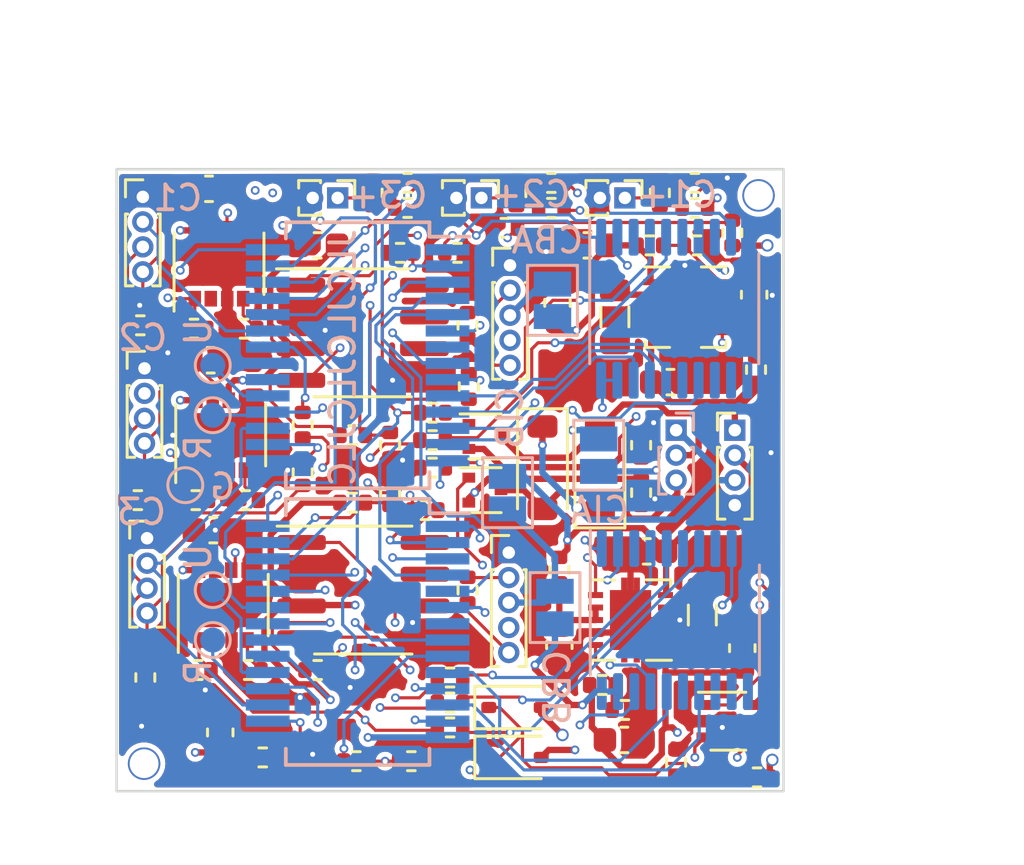
<source format=kicad_pcb>
(kicad_pcb (version 20221018) (generator pcbnew)
  (layers (0 "F.Cu" signal) (1 "In1.Cu" signal) (2 "In2.Cu" signal) (31 "B.Cu" signal) (34 "B.Paste" user) (35 "F.Paste" user) (36 "B.SilkS" user "B.Silkscreen") (37 "F.SilkS" user "F.Silkscreen") (38 "B.Mask" user) (39 "F.Mask" user) (44 "Edge.Cuts" user))
  (net 0 "")
  (net 1 "/BUS_SOLENOID")
  (net 2 "Net-(J5-Pin_4)")
  (net 3 "/SSC1_RX")
  (net 4 "/SSC1_TX")
  (net 5 "/SSC2_TX")
  (net 6 "/SSC2_RX")
  (net 7 "/SSC3_TX")
  (net 8 "/SSC3_RX")
  (net 9 "GNDREF")
  (net 10 "/SSC1_PWR")
  (net 11 "Net-(U2-PS{slash}SYNC)")
  (net 12 "Net-(U3-PS{slash}SYNC)")
  (net 13 "/BUS_A")
  (net 14 "/BUS_B")
  (net 15 "Net-(J3-Pin_4)")
  (net 16 "/~{EN_A}")
  (net 17 "/~{EN_B}")
  (net 18 "/Controller A/SSC1_RX")
  (net 19 "/Controller A/SSC2_RX")
  (net 20 "/Controller A/SSC3_RX")
  (net 21 "/Controller B/SSC1_RX")
  (net 22 "/SSC2_PWR")
  (net 24 "Net-(U4-I_LIM)")
  (net 25 "Net-(J4-Pin_4)")
  (net 26 "/Controller B/SSC2_RX")
  (net 27 "/Controller B/SSC3_RX")
  (net 28 "Net-(D1-K)")
  (net 30 "/Controller B/SOLENOID_RET")
  (net 31 "Net-(D4-A)")
  (net 32 "/SSC3_PWR")
  (net 34 "Net-(U6-I_LIM)")
  (net 35 "/C2_A")
  (net 36 "/C3_A")
  (net 37 "Net-(U7-PA5)")
  (net 38 "/Controller A/CLK")
  (net 40 "/Controller A/SDA")
  (net 41 "/Controller A/SCL")
  (net 42 "/Controller A/SOLENOID_RET")
  (net 43 "/Controller A/SOLENOID")
  (net 44 "Net-(U7-PD4)")
  (net 45 "Net-(U7-PD5)")
  (net 46 "Net-(U7-PD6)")
  (net 47 "Net-(U7-PD7)")
  (net 48 "/Controller A/UPDI")
  (net 49 "/C1_A")
  (net 50 "Net-(U8-TXCAN)")
  (net 51 "Net-(U8-RXCAN)")
  (net 52 "/Controller A/SSC1_PWR")
  (net 53 "/Controller A/SSC2_PWR")
  (net 54 "/Controller A/SSC3_PWR")
  (net 55 "/C2_B")
  (net 56 "/C3_B")
  (net 57 "Net-(U10-PA5)")
  (net 58 "/Controller B/CLK")
  (net 59 "Net-(D3-A)")
  (net 60 "/Controller B/SOLENOID")
  (net 61 "Net-(U10-PD4)")
  (net 62 "Net-(U10-PD5)")
  (net 63 "Net-(U10-PD6)")
  (net 64 "Net-(U10-PD7)")
  (net 65 "/Controller B/UPDI")
  (net 66 "/C1_B")
  (net 67 "Net-(U11-TXCAN)")
  (net 68 "Net-(U11-RXCAN)")
  (net 69 "/Controller B/SSC1_PWR")
  (net 70 "/Controller B/SSC2_PWR")
  (net 71 "/Controller B/SSC3_PWR")
  (net 72 "Net-(J6-Pin_2)")
  (net 73 "Net-(J6-Pin_5)")
  (net 74 "/IN_A")
  (net 75 "Net-(J7-Pin_2)")
  (net 76 "Net-(J7-Pin_5)")
  (net 77 "Net-(J8-Pin_1)")
  (net 78 "/IN_B")
  (net 79 "Net-(J9-Pin_1)")
  (net 80 "Net-(J10-Pin_1)")
  (net 81 "Net-(U2-L2)")
  (net 82 "/CAN_A_PWR")
  (net 83 "/CAN_B_PWR")
  (net 84 "Net-(U2-L1)")
  (net 85 "Net-(U3-L2)")
  (net 86 "Net-(U3-L1)")
  (net 87 "Net-(U5-I_LIM)")
  (net 88 "Net-(U2-EN)")
  (net 89 "Net-(U3-EN)")
  (net 90 "Net-(Q1-G)")
  (net 93 "Net-(Q2-G)")
  (net 104 "/Controller A/RST")
  (net 105 "/Controller B/RST")
  (net 107 "Net-(U7-PD0)")
  (net 108 "Net-(U10-PD0)")
  (net 109 "Net-(U2-FB)")
  (net 110 "Net-(U3-FB)")
  (footprint "Resistor_SMD:R_0402_1005Metric" (layer "F.Cu") (at 111.7 93.7 180)
    (fp_text reference "R47" hide)
    (fp_text value "10K")
  )
  (footprint "Capacitor_SMD:C_0603_1608Metric" (layer "F.Cu") (at 125.1 111.325 90)
    (fp_text reference "C5" hide)
    (fp_text value "10u")
  )
  (footprint "Capacitor_SMD:C_0603_1608Metric" (layer "F.Cu") (at 121.275 107.45)
    (fp_text reference "C1" hide)
    (fp_text value "10u")
  )
  (footprint "Capacitor_SMD:C_0603_1608Metric" (layer "F.Cu") (at 103.817497 99.8)
    (fp_text reference "C10" hide)
    (fp_text value "100n")
  )
  (footprint "Inductor_SMD:L_0805_2012Metric" (layer "F.Cu") (at 120 98.0625 -90)
    (fp_text reference "L2" hide)
    (fp_text value "2.2u")
  )
  (footprint "Resistor_SMD:R_0402_1005Metric" (layer "F.Cu") (at 121.8 93.1 -90)
    (fp_text reference "R40" hide)
    (fp_text value "10K")
  )
  (footprint "Resistor_SMD:R_0402_1005Metric" (layer "F.Cu") (at 113.4 113.5)
    (fp_text reference "R18" hide)
    (fp_text value "10K")
  )
  (footprint "Resistor_SMD:R_0402_1005Metric" (layer "F.Cu") (at 109.5 105.5)
    (fp_text reference "R35" hide)
    (fp_text value "100k")
  )
  (footprint "Resistor_SMD:R_0402_1005Metric" (layer "F.Cu") (at 105.32 112.2 180)
    (fp_text reference "R29" hide)
    (fp_text value "800")
  )
  (footprint "Package_SO:SOIC-8_3.9x4.9mm_P1.27mm" (layer "F.Cu") (at 109.925 109)
    (fp_text reference "U12" hide)
    (fp_text value "TCAN330")
  )
  (footprint "Resistor_SMD:R_0402_1005Metric" (layer "F.Cu") (at 110.3 93.1 -90)
    (fp_text reference "R46" hide)
    (fp_text value "10K")
  )
  (footprint "Resistor_SMD:R_0402_1005Metric" (layer "F.Cu") (at 111.4 95.5)
    (fp_text reference "R7" hide)
    (fp_text value "10K")
  )
  (footprint "Resistor_SMD:R_0402_1005Metric" (layer "F.Cu") (at 114.15 100.85 90)
    (fp_text reference "R12" hide)
    (fp_text value "200")
  )
  (footprint "Diode_SMD:D_SOD-123" (layer "F.Cu") (at 119.4 104.15 90)
    (fp_text reference "D3" hide)
    (fp_text value "MBR0520")
  )
  (footprint "Capacitor_SMD:C_0603_1608Metric" (layer "F.Cu") (at 108.1 95.2)
    (fp_text reference "C12" hide)
    (fp_text value "100n")
  )
  (footprint "Resistor_SMD:R_0402_1005Metric" (layer "F.Cu") (at 107.5 102.4 90)
    (fp_text reference "R6" hide)
    (fp_text value "10K")
  )
  (footprint "Resistor_SMD:R_0402_1005Metric" (layer "F.Cu") (at 113.4 112.5)
    (fp_text reference "R17" hide)
    (fp_text value "10K")
  )
  (footprint "Library:PinHeader_1x02_P1.00mm_Vertical" (layer "F.Cu") (at 120.4 93.3 -90)
    (fp_text reference "J8" hide)
    (fp_text value "C1")
  )
  (footprint "Resistor_SMD:R_0402_1005Metric" (layer "F.Cu") (at 125.69 116.5)
    (fp_text reference "R38" hide)
    (fp_text value "499k")
  )
  (footprint "Diode_SMD:D_SOD-323" (layer "F.Cu") (at 116 115.7)
    (fp_text reference "D2" hide)
    (fp_text value "1N5819WS")
  )
  (footprint "Package_SON:Texas_DRC0010J" (layer "F.Cu") (at 122.825 97.675)
    (fp_text reference "U3" hide)
    (fp_text value "TPS63000")
  )
  (footprint "Resistor_SMD:R_0402_1005Metric" (layer "F.Cu") (at 123.2 92.7 180)
    (fp_text reference "R42" hide)
    (fp_text value "10K")
  )
  (footprint "Resistor_SMD:R_0402_1005Metric" (layer "F.Cu") (at 113.4 114.5)
    (fp_text reference "R19" hide)
    (fp_text value "10K")
  )
  (footprint "Diode_SMD:D_SOD-123" (layer "F.Cu") (at 117.1 104.1 -90)
    (fp_text reference "D4" hide)
    (fp_text value "MBR0520")
  )
  (footprint "Package_TO_SOT_SMD:SOT-523" (layer "F.Cu") (at 114.8 102.85)
    (fp_text reference "Q1" hide)
    (fp_text value "DMG1012T")
  )
  (footprint "Resistor_SMD:R_0402_1005Metric" (layer "F.Cu") (at 114.1 98.4 -90)
    (fp_text reference "R34" hide)
    (fp_text value "560")
  )
  (footprint "Resistor_SMD:R_0402_1005Metric" (layer "F.Cu") (at 103.149999 98.535)
    (fp_text reference "R24" hide)
    (fp_text value "5K")
  )
  (footprint "Resistor_SMD:R_0402_1005Metric" (layer "F.Cu") (at 116.055 93.1 -90)
    (fp_text reference "R43" hide)
    (fp_text value "10K")
  )
  (footprint "Connector_PinHeader_1.00mm:PinHeader_1x04_P1.00mm_Vertical" (layer "F.Cu") (at 101.270001 106.925)
    (fp_text reference "J5" hide)
    (fp_text value "SSC1")
  )
  (footprint "Resistor_SMD:R_0402_1005Metric" (layer "F.Cu") (at 119.5 112.8)
    (fp_text reference "R49" hide)
    (fp_text value "1M")
  )
  (footprint "Resistor_SMD:R_0402_1005Metric" (layer "F.Cu") (at 111 103.2 -90)
    (fp_text reference "R31" hide)
    (fp_text value "4k")
  )
  (footprint "Resistor_SMD:R_0402_1005Metric" (layer "F.Cu") (at 101.2 112.5 -90)
    (fp_text reference "R3" hide)
    (fp_text value "100k")
  )
  (footprint "Resistor_SMD:R_0402_1005Metric" (layer "F.Cu") (at 121.05 105.1 -90)
    (fp_text reference "R23" hide)
    (fp_text value "0.5")
  )
  (footprint "Library:VSON-8_3.3x3.3mm_P0.65mm_NexFET" (layer "F.Cu") (at 104.32 109.6 90)
    (fp_text reference "U6" hide)
    (fp_text value "TPS2115")
  )
  (footprint "Capacitor_SMD:C_0603_1608Metric" (layer "F.Cu") (at 122.225 100.675 180)
    (fp_text reference "C2" hide)
    (fp_text value "10u")
  )
  (footprint "Inductor_SMD:L_0805_2012Metric" (layer "F.Cu") (at 123.5 110 90)
    (fp_text reference "L1" hide)
    (fp_text value "2.2u")
  )
  (footprint "Package_TO_SOT_SMD:SOT-363_SC-70-6" (layer "F.Cu") (at 124.54 114.25)
    (fp_text reference "U1" hide)
    (fp_text value "74LVC2G14")
  )
  (footprint "Library:PinHeader_1x02_P1.00mm_Vertical" (layer "F.Cu") (at 108.9 93.3 -90)
    (fp_text reference "J10" hide)
    (fp_text value "C1")
  )
  (footprint "Resistor_SMD:R_0402_1005Metric" (layer "F.Cu") (at 109.65 115.85 180)
    (fp_text reference "R21" hide)
    (fp_text value "200")
  )
  (footprint "Connector_PinHeader_1.00mm:PinHeader_1x04_P1.00mm_Vertical" (layer "F.Cu") (at 101.1 93.26)
    (fp_text reference "J3" hide)
    (fp_text value "SSC1")
  )
  (footprint "Package_SON:Texas_DRC0010J" (layer "F.Cu") (at 120.625 110.2 180)
    (fp_text reference "U2" hide)
    (fp_text value "TPS63000")
  )
  (footprint "Resistor_SMD:R_0402_1005Metric" (layer "F.Cu") (at 112.7 103)
    (fp_text reference "R10" hide)
    (fp_text value "10K")
  )
  (footprint "Package_TO_SOT_SMD:SOT-523" (layer "F.Cu") (at 114.795 105)
    (fp_text reference "Q2" hide)
    (fp_text value "DMG1012T")
  )
  (footprint "Capacitor_SMD:C_0603_1608Metric" (layer "F.Cu") (at 104.2 114.7 -90)
    (fp_text reference "C13" hide)
    (fp_text value "100n")
  )
  (footprint "Resistor_SMD:R_0402_1005Metric" (layer "F.Cu") (at 112.7 104.1)
    (fp_text reference "R11" hide)
    (fp_text value "10K")
  )
  (footprint "Resistor_SMD:R_0402_1005Metric" (layer "F.Cu") (at 121.4 95.2)
    (fp_text reference "R51" hide)
    (fp_text value "1M")
  )
  (footprint "Resistor_SMD:R_0402_1005Metric" (layer "F.Cu") (at 105.149999 98.535 180)
    (fp_text reference "R25" hide)
    (fp_text value "800")
  )
  (footprint "Connector_PinHeader_1.00mm:PinHeader_1x04_P1.00mm_Vertical" (layer "F.Cu") (at 101.167498 100.125)
    (fp_text reference "J4" hide)
    (fp_text value "SSC1")
  )
  (footprint "Resistor_SMD:R_0402_1005Metric" (layer "F.Cu") (at 117.455 93.7 180)
    (fp_text reference "R44" hide)
    (fp_text value "10K")
  )
  (footprint "Resistor_SMD:R_0402_1005Metric" (layer "F.Cu") (at 125.65 100.175 90)
    (fp_text reference "R5" hide)
    (fp_text value "10K")
  )
  (footprint "Library:VSON-8_3.3x3.3mm_P0.65mm_NexFET" (layer "F.Cu") (at 104.149999 95.935 90)
    (fp_text reference "U4" hide)
    (fp_text value "TPS2115")
  )
  (footprint "Diode_SMD:D_SOD-323" (layer "F.Cu") (at 116 113.7)
    (fp_text reference "D1" hide)
    (fp_text value "1N5819WS")
  )
  (footprint "Resistor_SMD:R_0402_1005Metric" (layer "F.Cu") (at 103.217497 105.4)
    (fp_text reference "R26" hide)
    (fp_text value "5K")
  )
  (footprint "Resistor_SMD:R_0402_1005Metric" (layer "F.Cu") (at 121.05 103.2 90)
    (fp_text reference "R20" hide)
    (fp_text value "0.5")
  )
  (footprint "Capacitor_SMD:C_0603_1608Metric" (layer "F.Cu") (at 117.7 97.5 90)
    (fp_text reference "C6" hide)
    (fp_text value "10u")
  )
  (footprint "Resistor_SMD:R_0402_1005Metric" (layer "F.Cu") (at 122.45 115.9 90)
    (fp_text reference "R37" hide)
    (fp_text value "4.02k")
  )
  (footprint "Resistor_SMD:R_0402_1005Metric" (layer "F.Cu") (at 113.7 95.5)
    (fp_text reference "R13" hide)
    (fp_text value "1M")
  )
  (footprint "Library:VSON-8_3.3x3.3mm_P0.65mm_NexFET" (layer "F.Cu") (at 104.217497 102.8 90)
    (fp_text reference "U5" hide)
    (fp_text value "TPS2115")
  )
  (footprint "Resistor_SMD:R_0402_1005Metric" (layer "F.Cu") (at 120.4 113.8)
    (fp_text reference "R50" hide)
    (fp_text value "178k")
  )
  (footprint "Resistor_SMD:R_0402_1005Metric" (layer "F.Cu") (at 115.59 94.5 180)
    (fp_text reference "R32" hide)
    (fp_text value "4.02k")
  )
  (footprint "Capacitor_SMD:C_0603_1608Metric" (layer "F.Cu") (at 118.9 95.2 180)
    (fp_text reference "C8" hide)
    (fp_text value "10u")
  )
  (footprint "Connector_PinHeader_1.00mm:PinHeader_1x04_P1.00mm_Vertical" (layer "F.Cu") (at 124.8 102.6)
    (fp_text reference "J1" hide)
    (fp_text value "POWER CONNECTION")
  )
  (footprint "Library:PinHeader_1x02_P1.00mm_Vertical" (layer "F.Cu") (at 114.655 93.3 -90)
    (fp_text reference "J9" hide)
    (fp_text value "C1")
  )
  (footprint "Resistor_SMD:R_0402_1005Metric" (layer "F.Cu") (at 105.9 115.7)
    (fp_text reference "R16" hide)
    (fp_text value "10K")
  )
  (footprint "Resistor_SMD:R_0402_1005Metric" (layer "F.Cu") (at 108.1 112.2 180)
    (fp_text reference "R14" hide)
    (fp_text value "10K")
  )
  (footprint "Library:ToolingHoleJLC" (layer "F.Cu") (at 101.15 115.95)
    (fp_text reference "REF**" hide)
    (fp_text value "ToolingHoleJLC")
  )
  (footprint "Resistor_SMD:R_0402_1005Metric" (layer "F.Cu") (at 114.1 109 -90)
    (fp_text reference "R39" hide)
    (fp_text value "560")
  )
  (footprint "Resistor_SMD:R_0402_1005Metric" (layer "F.Cu") (at 101 98.4)
    (fp_text reference "R1" hide)
    (fp_text value "100k")
  )
  (footprint "Capacitor_SMD:C_0603_1608Metric" (layer "F.Cu") (at 103.749999 92.935)
    (fp_text reference "C9" hide)
    (fp_text value "100n")
  )
  (footprint "Resistor_SMD:R_0402_1005Metric" (layer "F.Cu") (at 117.455 92.7 180)
    (fp_text reference "R45" hide)
    (fp_text value "10K")
  )
  (footprint "Resistor_SMD:R_0402_1005Metric" (layer "F.Cu") (at 109.5 102.8)
    (fp_text reference "R30" hide)
    (fp_text value "100k")
  )
  (footprint "Package_SO:SOIC-8_3.9x4.9mm_P1.27mm" (layer "F.Cu") (at 109.9 98.7)
    (fp_text reference "U9" hide)
    (fp_text value "TCAN330")
  )
  (footprint "Resistor_SMD:R_0402_1005Metric" (layer "F.Cu") (at 112.7 101.9)
    (fp_text reference "R9" hide)
    (fp_text value "10K")
  )
  (footprint "Resistor_SMD:R_0402_1005Metric" (layer "F.Cu") (at 100.9 105.4)
    (fp_text reference "R2" hide)
    (fp_text value "100k")
  )
  (footprint "Resistor_SMD:R_0402_1005Metric" (layer "F.Cu") (at 123.29 95.2)
    (fp_text reference "R52" hide)
    (fp_text value "178k")
  )
  (footprint "Library:ToolingHoleJLC" (layer "F.Cu") (at 125.75 93.2)
    (fp_text reference "REF**" hide)
    (fp_text value "ToolingHoleJLC")
  )
  (footprint "Resistor_SMD:R_0402_1005Metric" (layer "F.Cu") (at 103.32 112.2)
    (fp_text reference "R28" hide)
    (fp_text value "5K")
  )
  (footprint "Resistor_SMD:R_0402_1005Metric" (layer "F.Cu") (at 111.7 92.7 180)
    (fp_text reference "R48" hide)
    (fp_text value "10K")
  )
  (footprint "Capacitor_SMD:C_0603_1608Metric" (layer "F.Cu") (at 117.775 111.2 90)
    (fp_text reference "C3" hide)
    (fp_text value "100n")
  )
  (footprint "Resistor_SMD:R_0402_1005Metric" (layer "F.Cu") (at 117.775 108.2 -90)
    (fp_text reference "R4" hide)
    (fp_text value "10K")
  )
  (footprint "Resistor_SMD:R_0402_1005Metric" (layer "F.Cu") (at 111.85 115.85)
    (fp_text reference "R22" hide)
    (fp_text value "1M")
  )
  (footprint "Capacitor_SMD:C_0603_1608Metric" (layer "F.Cu") (at 125.575 97.175 -90)
    (fp_text reference "C4" hide)
    (fp_text value "100n")
  )
  (footprint "Resistor_SMD:R_0402_1005Metric" (layer "F.Cu") (at 111 105.1 90)
    (fp_text reference "R36" hide)
    (fp_text value "4k")
  )
  (footprint "Resistor_SMD:R_0402_1005Metric" (layer "F.Cu") (at 112.4 105.8)
    (fp_text reference "R15" hide)
    (fp_text value "10K")
  )
  (footprint "Resistor_SMD:R_0402_1005Metric" (layer "F.Cu") (at 124.7 94.7 -90)
    (fp_text reference "R33" hide)
    (fp_text value "499k")
  )
  (footprint "Connector_PinHeader_1.00mm:PinHeader_1x05_P1.00mm_Vertical" (layer "F.Cu") (at 115.8 96)
    (fp_text reference "J6" hide)
    (fp_text value "Conn_01x05_Socket")
  )
  (footprint "Connector_PinHeader_1.00mm:PinHeader_1x05_P1.00mm_Vertical" (layer "F.Cu") (at 115.75 107.5)
    (fp_text reference "J7" hide)
    (fp_text value "Conn_01x05_Socket")
  )
  (footprint "Capacitor_SMD:C_0603_1608Metric" (layer "F.Cu") (at 103.92 106.6)
    (fp_text reference "C11" hide)
    (fp_text value "100n")
  )
  (footprint "Capacitor_SMD:C_0603_1608Metric" (layer "F.Cu") (at 120.375 115)
    (fp_text reference "C7" hide)
    (fp_text value "10u")
  )
  (footprint "Resistor_SMD:R_0402_1005Metric" (layer "F.Cu") (at 123.2 93.7 180)
    (fp_text reference "R41" hide)
    (fp_text value "10K")
  )
  (footprint "Resistor_SMD:R_0402_1005Metric" (layer "F.Cu") (at 107.5 104.3 90)
    (fp_text reference "R8" hide)
    (fp_text value "10K")
  )
  (footprint "Resistor_SMD:R_0402_1005Metric" (layer "F.Cu") (at 105.217497 105.4 180)
    (fp_text reference "R27" hide)
    (fp_text value "800")
  )
  (footprint "Connector_PinHeader_1.00mm:PinHeader_1x03_P1.00mm_Vertical" (layer "B.Cu") (at 122.45 102.6 180)
    (fp_text reference "J2" hide)
    (fp_text value "Solenoid out")
  )
  (footprint "TestPoint:TestPoint_Pad_D1.0mm" (layer "B.Cu") (at 103.9 111 180)
    (fp_text reference "TP4" hide)
    (fp_text value "RST")
  )
  (footprint "Jumper:SolderJumper-2_P1.3mm_Open_Pad1.0x1.5mm" (layer "B.Cu") (at 119.35 103.6 90)
    (fp_text reference "JP3" hide)
    (fp_text value "~")
  )
  (footprint "Jumper:SolderJumper-2_P1.3mm_Open_Pad1.0x1.5mm" (layer "B.Cu") (at 117.6 109.7 90)
    (fp_text reference "JP2" hide)
    (fp_text value "~")
  )
  (footprint "TestPoint:TestPoint_Pad_D1.0mm" (layer "B.Cu") (at 103.9 100 180)
    (fp_text reference "TP3" hide)
    (fp_text value "UPDI")
  )
  (footprint "Package_SO:SSOP-28_5.3x10.2mm_P0.65mm" (layer "B.Cu") (at 109.7 110.675 180)
    (fp_text reference "U10" hide)
    (fp_text value "AVR32EA28")
  )
  (footprint "Jumper:SolderJumper-2_P1.3mm_Open_Pad1.0x1.5mm" (layer "B.Cu") (at 115.7 105.1 -90)
    (fp_text reference "JP4" hide)
    (fp_text value "~")
  )
  (footprint "TestPoint:TestPoint_Pad_D1.0mm" (layer "B.Cu") (at 103.9 102 180)
    (fp_text reference "TP2" hide)
    (fp_text value "RST")
  )
  (footprint "TestPoint:TestPoint_Pad_D1.0mm" (layer "B.Cu") (at 102.8 104.8 180)
    (fp_text reference "TP1" hide)
    (fp_text value "GND")
  )
  (footprint "Package_SO:TSSOP-20_4.4x6.5mm_P0.65mm" (layer "B.Cu") (at 122.375 97.7375 -90)
    (fp_text reference "U8" hide)
    (fp_text value "MCP2515-xSO")
  )
  (footprint "Jumper:SolderJumper-2_P1.3mm_Open_Pad1.0x1.5mm" (layer "B.Cu") (at 117.5 97.4 90)
    (fp_text reference "JP1" hide)
    (fp_text value "~")
  )
  (footprint "Package_SO:TSSOP-20_4.4x6.5mm_P0.65mm" (layer "B.Cu") (at 122.4 110.2 -90)
    (fp_text reference "U11" hide)
    (fp_text value "MCP2515-xSO")
  )
  (footprint "Package_SO:SSOP-28_5.3x10.2mm_P0.65mm" (layer "B.Cu") (at 109.7 99.6 180)
    (fp_text reference "U7" hide)
    (fp_text value "AVR32EA28")
  )
  (footprint "TestPoint:TestPoint_Pad_D1.0mm" (layer "B.Cu") (at 103.9 109 180)
    (fp_text reference "TP5" hide)
    (fp_text value "UPDI")
  )
  (gr_rect (start 100.05 92.15) (end 126.75 117.05) (stroke (width 0.1)) (fill none) (layer "Edge.Cuts"))
  (gr_text "CIB" (at 115.8 102.1 90) (layer "B.SilkS") (effects (font (size 1 1) (thickness 0.153)) (justify mirror)))
  (gr_text "JLCJLCJLCJLC" (at 109.1 99.7 90) (layer "B.SilkS") (effects (font (size 1 1) (thickness 0.153)) (justify mirror)))
  (gr_text "C1+" (at 122.5 93.175) (layer "B.SilkS") (effects (font (size 1 1) (thickness 0.153)) (justify mirror)))
  (gr_text "R" (at 103.9 111.7 90) (layer "B.SilkS") (effects (font (size 1 1) (thickness 0.153)) (justify left bottom mirror)))
  (gr_text "G\n" (at 104.9 105.45) (layer "B.SilkS") (effects (font (size 1 1) (thickness 0.153)) (justify left bottom mirror)))
  (gr_text "R" (at 103.9 102.7 90) (layer "B.SilkS") (effects (font (size 1 1) (thickness 0.153)) (justify left bottom mirror)))
  (gr_text "C3" (at 101.05 105.875) (layer "B.SilkS") (effects (font (size 1 1) (thickness 0.153)) (justify mirror)))
  (gr_text "U" (at 103.9 99.3 90) (layer "B.SilkS") (effects (font (size 1 1) (thickness 0.153)) (justify right bottom mirror)))
  (gr_text "C1" (at 102.5 93.3) (layer "B.SilkS") (effects (font (size 1 1) (thickness 0.153)) (justify mirror)))
  (gr_text "C2" (at 101.1 98.9) (layer "B.SilkS") (effects (font (size 1 1) (thickness 0.153)) (justify mirror)))
  (gr_text "CIA\n" (at 119.4 105.8) (layer "B.SilkS") (effects (font (size 1 1) (thickness 0.153)) (justify mirror)))
  (gr_text "C2+" (at 116.625 93.15) (layer "B.SilkS") (effects (font (size 1 1) (thickness 0.153)) (justify mirror)))
  (gr_text "U" (at 103.9 108.3 90) (layer "B.SilkS") (effects (font (size 1 1) (thickness 0.153)) (justify right bottom mirror)))
  (gr_text "CBB" (at 117.7 112.9 90) (layer "B.SilkS") (effects (font (size 1 1) (thickness 0.153)) (justify mirror)))
  (gr_text "C3+" (at 110.9 93.2) (layer "B.SilkS") (effects (font (size 1 1) (thickness 0.153)) (justify mirror)))
  (gr_text "CBA" (at 117.3 95) (layer "B.SilkS") (effects (font (size 1 1) (thickness 0.153)) (justify mirror)))
  (segment (start 126.2 115.9) (end 126.3 115.8) (width 0.254) (layer "F.Cu") (net 1))
  (segment (start 118.6 105.8) (end 118.5 105.7) (width 0.254) (layer "F.Cu") (net 1))
  (segment (start 117.1 102.45) (end 117.1 103.2) (width 0.254) (layer "F.Cu") (net 1))
  (segment (start 126.09 95.21) (end 126.1 95.2) (width 0.254) (layer "F.Cu") (net 1))
  (segment (start 124.7 95.21) (end 126.09 95.21) (width 0.254) (layer "F.Cu") (net 1))
  (segment (start 126.2 116.5) (end 126.2 115.9) (width 0.254) (layer "F.Cu") (net 1))
  (segment (start 119.4 105.8) (end 118.6 105.8) (width 0.254) (layer "F.Cu") (net 1))
  (via (at 126.3 115.8) (size 0.5) (drill 0.35) (layers "F.Cu" "B.Cu") (net 1))
  (via (at 117.1 103.2) (size 0.35) (drill 0.2) (layers "F.Cu" "B.Cu") (net 1))
  (via (at 126.1 95.2) (size 0.5) (drill 0.35) (layers "F.Cu" "B.Cu") (net 1))
  (via (at 118.5 105.7) (size 0.5) (drill 0.35) (layers "F.Cu" "B.Cu") (net 1))
  (segment (start 124 104.6) (end 124 104.1) (width 0.254) (layer "B.Cu") (net 1))
  (segment (start 117.1 104.3) (end 118.5 105.7) (width 0.254) (layer "B.Cu") (net 1))
  (segment (start 118.5 105.7) (end 118.979 106.179) (width 0.254) (layer "B.Cu") (net 1))
  (segment (start 124.8 104.6) (end 124 104.6) (width 0.254) (layer "B.Cu") (net 1))
  (segment (start 124 104.1) (end 122.5 102.6) (width 0.254) (layer "B.Cu") (net 1))
  (segment (start 117.1 103.2) (end 117.1 104.3) (width 0.254) (layer "B.Cu") (net 1))
  (segment (start 124.00104 104.6) (end 124.8 104.6) (width 0.254) (layer "B.Cu") (net 1))
  (segment (start 118.979 106.179) (end 122.42204 106.179) (width 0.254) (layer "B.Cu") (net 1))
  (segment (start 122.42204 106.179) (end 124.00104 104.6) (width 0.254) (layer "B.Cu") (net 1))
  (segment (start 103.145 106.6) (end 101.885501 107.859499) (width 0.127) (layer "F.Cu") (net 2))
  (segment (start 102.81 112.2) (end 101.270001 110.660001) (width 0.127) (layer "F.Cu") (net 2))
  (segment (start 101.885501 109.3095) (end 101.270001 109.925) (width 0.127) (layer "F.Cu") (net 2))
  (segment (start 104 108.2) (end 104 107.455) (width 0.127) (layer "F.Cu") (net 2))
  (segment (start 101.270001 110.660001) (end 101.270001 109.925) (width 0.127) (layer "F.Cu") (net 2))
  (segment (start 101.885501 107.859499) (end 101.885501 109.3095) (width 0.127) (layer "F.Cu") (net 2))
  (segment (start 104 107.455) (end 103.145 106.6) (width 0.127) (layer "F.Cu") (net 2))
  (segment (start 108.61 112.2) (end 108.61 111.79) (width 0.127) (layer "F.Cu") (net 3))
  (segment (start 100.4845 98.3945) (end 100.4845 95.8755) (width 0.127) (layer "F.Cu") (net 3))
  (segment (start 100.4845 95.8755) (end 101.1 95.26) (width 0.127) (layer "F.Cu") (net 3))
  (segment (start 108.5135 103.8865) (end 108.5135 103.1135) (width 0.127) (layer "F.Cu") (net 3))
  (segment (start 108.3 104.1) (end 108.5135 103.8865) (width 0.127) (layer "F.Cu") (net 3))
  (segment (start 108.5135 103.1135) (end 108.2865 102.8865) (width 0.127) (layer "F.Cu") (net 3))
  (segment (start 108.2865 102.8865) (end 107.5235 102.8865) (width 0.127) (layer "F.Cu") (net 3))
  (segment (start 108.61 111.79) (end 109.1 111.3) (width 0.127) (layer "F.Cu") (net 3))
  (via (at 106.7 94.4) (size 0.35) (drill 0.2) (layers "F.Cu" "B.Cu") (net 3))
  (via (at 108.3 104.1) (size 0.35) (drill 0.2) (layers "F.Cu" "B.Cu") (net 3))
  (via (at 109.1 111.3) (size 0.35) (drill 0.2) (layers "F.Cu" "B.Cu") (net 3))
  (segment (start 101.7155 94.8755) (end 101.7155 95.9155) (width 0.127) (layer "B.Cu") (net 4))
  (segment (start 104.3865 107.6865) (end 104.3865 107.2135) (width 0.127) (layer "B.Cu") (net 4))
  (segment (start 108.8 104.7) (end 108.8 100.323) (width 0.127) (layer "B.Cu") (net 4))
  (segment (start 101.7155 95.9155) (end 104.425 98.625) (width 0.127) (layer "B.Cu") (net 4))
  (segment (start 106.1 109.7) (end 105.098 109.7) (width 0.127) (layer "B.Cu") (net 4))
  (segment (start 104.4135 106.6865) (end 106.4 104.7) (width 0.127) (layer "B.Cu") (net 4))
  (segment (start 108.8 100.323) (end 107.102 98.625) (width 0.127) (layer "B.Cu") (net 4))
  (segment (start 104.425 98.625) (end 106.1 98.625) (width 0.127) (layer "B.Cu") (net 4))
  (segment (start 101.1 94.26) (end 101.7155 94.8755) (width 0.127) (layer "B.Cu") (net 4))
  (segment (start 104.628722 107.928722) (end 104.3865 107.6865) (width 0.127) (layer "B.Cu") (net 4))
  (segment (start 104.4135 107.1865) (end 104.4135 106.6865) (width 0.127) (layer "B.Cu") (net 4))
  (segment (start 107.102 98.625) (end 106.1 98.625) (width 0.127) (layer "B.Cu") (net 4))
  (segment (start 105.098 109.7) (end 104.628722 109.230722) (width 0.127) (layer "B.Cu") (net 4))
  (segment (start 104.628722 109.230722) (end 104.628722 107.928722) (width 0.127) (layer "B.Cu") (net 4))
  (segment (start 104.3865 107.2135) (end 104.4135 107.1865) (width 0.127) (layer "B.Cu") (net 4))
  (segment (start 106.4 104.7) (end 108.8 104.7) (width 0.127) (layer "B.Cu") (net 4))
  (via (at 111.1 97.3) (size 0.35) (drill 0.2) (layers "F.Cu" "B.Cu") (net 5))
  (via (at 111.1 107.7) (size 0.35) (drill 0.2) (layers "F.Cu" "B.Cu") (net 5))
  (segment (start 111.15 107.75) (end 111.1 107.7) (width 0.127) (layer "B.Cu") (net 5))
  (segment (start 113.3 96.675) (end 111.725 96.675) (width 0.127) (layer "B.Cu") (net 5))
  (segment (start 113.3 107.75) (end 111.15 107.75) (width 0.127) (layer "B.Cu") (net 5))
  (segment (start 111.725 96.675) (end 111.1 97.3) (width 0.127) (layer "B.Cu") (net 5))
  (segment (start 111.89 105.6) (end 111.89 105.29) (width 0.127) (layer "F.Cu") (net 6))
  (segment (start 111.59 94.8) (end 110.89 95.5) (width 0.127) (layer "F.Cu") (net 6))
  (segment (start 100.39 105.4) (end 100.39 102.902498) (width 0.127) (layer "F.Cu") (net 6))
  (segment (start 112.1 94.8) (end 111.59 94.8) (width 0.127) (layer "F.Cu") (net 6))
  (segment (start 100.39 102.902498) (end 101.167498 102.125) (width 0.127) (layer "F.Cu") (net 6))
  (segment (start 111.89 105.29) (end 111.8 105.2) (width 0.127) (layer "F.Cu") (net 6))
  (via (at 112.1 94.8) (size 0.35) (drill 0.2) (layers "F.Cu" "B.Cu") (net 6))
  (via (at 111.8 105.2) (size 0.35) (drill 0.2) (layers "F.Cu" "B.Cu") (net 6))
  (segment (start 105.0345 104.761541) (end 105.0345 102.5885) (width 0.127) (layer "B.Cu") (net 7))
  (segment (start 101.871041 107.925) (end 105.0345 104.761541) (width 0.127) (layer "B.Cu") (net 7))
  (segment (start 105.098 113.6) (end 101.885501 110.387501) (width 0.127) (layer "B.Cu") (net 7))
  (segment (start 105.0345 102.5885) (end 105.098 102.525) (width 0.127) (layer "B.Cu") (net 7))
  (segment (start 101.885501 108.5405) (end 101.270001 107.925) (width 0.127) (layer "B.Cu") (net 7))
  (segment (start 105.098 102.525) (end 106.1 102.525) (width 0.127) (layer "B.Cu") (net 7))
  (segment (start 106.1 113.6) (end 105.098 113.6) (width 0.127) (layer "B.Cu") (net 7))
  (segment (start 101.885501 110.387501) (end 101.885501 108.5405) (width 0.127) (layer "B.Cu") (net 7))
  (segment (start 101.270001 107.925) (end 101.871041 107.925) (width 0.127) (layer "B.Cu") (net 7))
  (segment (start 100.654501 106.3095) (end 100.654501 108.3095) (width 0.127) (layer "F.Cu") (net 8))
  (segment (start 101.679827 104.8895) (end 102.2 105.409673) (width 0.127) (layer "F.Cu") (net 8))
  (segment (start 100.8505 105.179173) (end 101.140173 104.8895) (width 0.127) (layer "F.Cu") (net 8))
  (segment (start 106.3995 105.9105) (end 107.5 104.81) (width 0.127) (layer "F.Cu") (net 8))
  (segment (start 100.654501 109.5405) (end 101.270001 108.925) (width 0.127) (layer "F.Cu") (net 8))
  (segment (start 105.39 115.39) (end 104.6 114.6) (width 0.127) (layer "F.Cu") (net 8))
  (segment (start 102.2 105.409673) (end 102.2 105.873394) (width 0.127) (layer "F.Cu") (net 8))
  (segment (start 100.8505 106.113501) (end 100.8505 105.179173) (width 0.127) (layer "F.Cu") (net 8))
  (segment (start 100.654501 108.3095) (end 101.270001 108.925) (width 0.127) (layer "F.Cu") (net 8))
  (segment (start 104.6 114.6) (end 103.8 114.6) (width 0.127) (layer "F.Cu") (net 8))
  (segment (start 100.654501 111.454501) (end 100.654501 109.5405) (width 0.127) (layer "F.Cu") (net 8))
  (segment (start 102.2 105.873394) (end 102.237106 105.9105) (width 0.127) (layer "F.Cu") (net 8))
  (segment (start 103.8 114.6) (end 100.654501 111.454501) (width 0.127) (layer "F.Cu") (net 8))
  (segment (start 100.654501 106.3095) (end 100.8505 106.113501) (width 0.127) (layer "F.Cu") (net 8))
  (segment (start 105.39 115.7) (end 105.39 115.39) (width 0.127) (layer "F.Cu") (net 8))
  (segment (start 101.140173 104.8895) (end 101.679827 104.8895) (width 0.127) (layer "F.Cu") (net 8))
  (segment (start 102.237106 105.9105) (end 106.3995 105.9105) (width 0.127) (layer "F.Cu") (net 8))
  (segment (start 115.08 94.84458) (end 114.42458 95.5) (width 0.254) (layer "F.Cu") (net 9))
  (segment (start 122.25 97.675) (end 121.425 97.675) (width 0.25) (layer "F.Cu") (net 9))
  (segment (start 120.798 114.523) (end 121.275 115) (width 0.254) (layer "F.Cu") (net 9))
  (segment (start 123.0745 114.7155) (end 123.0745 114.3135) (width 0.127) (layer "F.Cu") (net 9))
  (segment (start 105.315001 108.65) (end 104.340001 109.625) (width 0.25) (layer "F.Cu") (net 9))
  (segment (start 102.105 98.995) (end 102.1 99) (width 0.127) (layer "F.Cu") (net 9))
  (segment (start 124.9615 95.7865) (end 125.575 96.4) (width 0.127) (layer "F.Cu") (net 9))
  (segment (start 113.655 93.069) (end 114.134 92.59) (width 0.127) (layer "F.Cu") (net 9))
  (segment (start 124.055 100.675) (end 124.225 100.505) (width 0.25) (layer "F.Cu") (net 9))
  (segment (start 110.59171 110.29171) (end 111.0135 110.7135) (width 0.127) (layer "F.Cu") (net 9))
  (segment (start 115.08 94.5) (end 115.08 94.84458) (width 0.254) (layer "F.Cu") (net 9))
  (segment (start 102.1555 99.0455) (end 102.105 98.995) (width 0.127) (layer "F.Cu") (net 9))
  (segment (start 111.105 100.605) (end 111.1 100.6) (width 0.127) (layer "F.Cu") (net 9))
  (segment (start 123 100.675) (end 123 98.8) (width 0.25) (layer "F.Cu") (net 9))
  (segment (start 105.145 94.56) (end 105.145 94.985) (width 0.25) (layer "F.Cu") (net 9))
  (segment (start 124.3865 95.7865) (end 124.9615 95.7865) (width 0.127) (layer "F.Cu") (net 9))
  (segment (start 123.0745 114.3135) (end 123.138 114.25) (width 0.127) (layer "F.Cu") (net 9))
  (segment (start 120.625 109.25) (end 120.625 107.575) (width 0.25) (layer "F.Cu") (net 9))
  (segment (start 118.6 111.15) (end 118.6 110.755) (width 0.25) (layer "F.Cu") (net 9))
  (segment (start 102.105 98.995) (end 101.51 98.4) (width 0.127) (layer "F.Cu") (net 9))
  (segment (start 121.05 105.61) (end 121.34 105.61) (width 0.127) (layer "F.Cu") (net 9))
  (segment (start 124.225 97.175) (end 124.8 97.175) (width 0.25) (layer "F.Cu") (net 9))
  (segment (start 104.670001 111.025) (end 104.670001 109.955) (width 0.25) (layer "F.Cu") (net 9))
  (segment (start 104.592497 99.8) (end 104.592497 98.582502) (width 0.127) (layer "F.Cu") (net 9))
  (segment (start 104.567498 104.225) (end 104.567498 103.155) (width 0.25) (layer "F.Cu") (net 9))
  (segment (start 111.0135 110.7135) (end 111.4865 110.7135) (width 0.127) (layer "F.Cu") (net 9))
  (segment (start 111 103.71) (end 111 104.59) (width 0.127) (layer "F.Cu") (net 9))
  (segment (start 121.8 92.59) (end 121.46 92.59) (width 0.127) (layer "F.Cu") (net 9))
  (segment (start 121.175 113.2) (end 121.175 110.75) (width 0.254) (layer "F.Cu") (net 9))
  (segment (start 111.4865 110.7135) (end 111.9 110.3) (width 0.127) (layer "F.Cu") (net 9))
  (segment (start 123.8 95.2) (end 124.3865 95.7865) (width 0.127) (layer "F.Cu") (net 9))
  (segment (start 107.865 98.065) (end 108.4 98.6) (width 0.127) (layer "F.Cu") (net 9))
  (segment (start 105.145 94.985) (end 104.17 95.96) (width 0.25) (layer "F.Cu") (net 9))
  (segment (start 108.379 92.59) (end 110.3 92.59) (width 0.127) (layer "F.Cu") (net 9))
  (segment (start 112.375 100.605) (end 111.105 100.605) (width 0.127) (layer "F.Cu") (net 9))
  (segment (start 104.81 112.2) (end 104.81 111.16) (width 0.127) (layer "F.Cu") (net 9))
  (segment (start 107.45 108.365) (end 109.080222 108.365) (width 0.127) (layer "F.Cu") (net 9))
  (segment (start 104.217497 102.8) (end 102.3 102.8) (width 0.127) (layer "F.Cu") (net 9))
  (segment (start 122.025 110.2) (end 122.6 110.2) (width 0.127) (layer "F.Cu") (net 9))
  (segment (start 118.655 110.7) (end 119.225 110.7) (width 0.25) (layer "F.Cu") (net 9))
  (segment (start 111.41 103.71) (end 111.5 103.8) (width 0.127) (layer "F.Cu") (net 9))
  (segment (start 104.5 97.36) (end 104.5 96.29) (width 0.25) (layer "F.Cu") (net 9))
  (segment (start 103.837997 99.0455) (end 102.1555 99.0455) (width 0.127) (layer "F.Cu") (net 9))
  (segment (start 102.1 99) (end 102.1 99.5) (width 0.127) (layer "F.Cu") (net 9))
  (segment (start 118.225 95.2) (end 117.5 95.2) (width 0.127) (layer "F.Cu") (net 9))
  (segment (start 107.9 93.069) (end 108.379 92.59) (width 0.127) (layer "F.Cu") (net 9))
  (segment (start 109.080222 108.365) (end 110.59171 109.876488) (width 0.127) (layer "F.Cu") (net 9))
  (segment (start 104.695 106.6) (end 104 106.6) (width 0.127) (layer "F.Cu") (net 9))
  (segment (start 117.5 95.2) (end 117.25 95.45) (width 0.127) (layer "F.Cu") (net 9))
  (segment (start 121.2 110.2) (end 122.025 110.2) (width 0.25) (layer "F.Cu") (net 9))
  (segment (start 114.42458 95.5) (end 114.21 95.5) (width 0.254) (layer "F.Cu") (net 9))
  (segment (start 104.707497 105.4) (end 104.707497 104.36) (width 0.127) (layer "F.Cu") (net 9))
  (segment (start 119.225 110.7) (end 120.125 110.7) (width 0.25) (layer "F.Cu") (net 9))
  (segment (start 122.825 96.025) (end 122.8 96) (width 0.127) (layer "F.Cu") (net 9))
  (segment (start 118.6 110.755) (end 118.655 110.7) (width 0.25) (layer "F.Cu") (net 9))
  (segment (start 117.775 111.975) (end 118.6 111.15) (width 0.25) (layer "F.Cu") (net 9))
  (segment (start 105.212498 101.85) (end 104.237498 102.825) (width 0.25) (layer "F.Cu") (net 9))
  (segment (start 104.2 113.6) (end 103.6 113) (width 0.127) (layer "F.Cu") (net 9))
  (segment (start 122.825 97.675) (end 122.825 96.025) (width 0.127) (layer "F.Cu") (net 9))
  (segment (start 119.4 93.069) (end 119.879 92.59) (width 0.127) (layer "F.Cu") (net 9))
  (segment (start 123.59 114.25) (end 123.934 114.25) (width 0.127) (layer "F.Cu") (net 9))
  (segment (start 123 98.8) (end 122.825 98.625) (width 0.25) (layer "F.Cu") (net 9))
  (segment (start 121.175 113.2) (end 120.798 113.577) (width 0.254) (layer "F.Cu") (net 9))
  (segment (start 104.639999 98.535) (end 104.639999 97.495) (width 0.127) (layer "F.Cu") (net 9))
  (segment (start 101.51 105.3) (end 101.51 106.685001) (width 0.127) (layer "F.Cu") (net 9))
  (segment (start 111 103.71) (end 111.41 103.71) (width 0.127) (layer "F.Cu") (net 9))
  (segment (start 124.8 97.175) (end 125.575 96.4) (width 0.25) (layer "F.Cu") (net 9))
  (segment (start 124.05 114.25) (end 124.3 114.5) (width 0.127) (layer "F.Cu") (net 9))
  (segment (start 120.798 113.577) (end 120.798 114.523) (width 0.254) (layer "F.Cu") (net 9))
  (segment (start 104.81 112.2) (end 105.91 113.3) (width 0.127) (layer "F.Cu") (net 9))
  (segment (start 122.4 115.39) (end 123.0745 114.7155) (width 0.127) (layer "F.Cu") (net 9))
  (segment (start 123.325 97.175) (end 124.225 97.175) (width 0.25) (layer "F.Cu") (net 9))
  (segment (start 101.167498 98.742502) (end 101.167498 100.125) (width 0.127) (layer "F.Cu") (net 9))
  (segment (start 105.212498 101.425) (end 105.212498 101.85) (width 0.25) (layer "F.Cu") (net 9))
  (segment (start 105.315001 108.225) (end 105.315001 108.65) (width 0.25) (layer "F.Cu") (net 9))
  (segment (start 101.51 98.4) (end 101.167498 98.742502) (width 0.127) (layer "F.Cu") (net 9))
  (segment (start 110.59171 109.876488) (end 110.59171 110.29171) (width 0.127) (layer "F.Cu") (net 9))
  (segment (start 121.34 105.61) (end 121.6 105.35) (width 0.127) (layer "F.Cu") (net 9))
  (segment (start 123 100.675) (end 124.055 100.675) (width 0.25) (layer "F.Cu") (net 9))
  (segment (start 123.138 114.25) (end 123.59 114.25) (width 0.127) (layer "F.Cu") (net 9))
  (segment (start 121.05 102.69) (end 121.6 103.24) (width 0.127) (layer "F.Cu") (net 9))
  (segment (start 104.592497 99.8) (end 103.837997 99.0455) (width 0.127) (layer "F.Cu") (net 9))
  (segment (start 119.879 92.59) (end 121.8 92.59) (width 0.127) (layer "F.Cu") (net 9))
  (segment (start 123.59 114.25) (end 124.05 114.25) (width 0.127) (layer "F.Cu") (net 9))
  (segment (start 121.16 102.69) (end 121.55 102.3) (width 0.127) (layer "F.Cu") (net 9))
  (segment (start 114.134 92.59) (end 116.055 92.59) (width 0.127) (layer "F.Cu") (net 9))
  (segment (start 105.91 113.3) (end 107.4 113.3) (width 0.127) (layer "F.Cu") (net 9))
  (via (at 121.6 105.35) (size 0.35) (drill 0.2) (layers "F.Cu" "B.Cu") (net 9))
  (via (at 117.25 95.45) (size 0.35) (drill 0.2) (layers "F.Cu" "B.Cu") (net 9))
  (via (at 103.6 113) (size 0.35) (drill 0.2) (layers "F.Cu" "B.Cu") (net 9))
  (via (at 107.9 115.575) (size 0.35) (drill 0.2) (layers "F.Cu" "B.Cu") (net 9))
  (via (at 104 106.6) (size 0.35) (drill 0.2) (layers "F.Cu" "B.Cu") (net 9))
  (via (at 109.4 112.9) (size 0.35) (drill 0.2) (layers "F.Cu" "B.Cu") (net 9))
  (via (at 106.9 104.2) (size 0.35) (drill 0.2) (layers "F.Cu" "B.Cu") (net 9))
  (via (at 122.6 110.2) (size 0.35) (drill 0.2) (layers "F.Cu" "B.Cu") (net 9))
  (via (at 111.5 103.8) (size 0.35) (drill 0.2) (layers "F.Cu" "B.Cu") (net 9))
  (via (at 107.4 113.3) (size 0.35) (drill 0.2) (layers "F.Cu" "B.Cu") (net 9))
  (via (at 108.4 98.6) (size 0.35) (drill 0.2) (layers "F.Cu" "B.Cu") (net 9))
  (via (at 122.8 96) (size 0.35) (drill 0.2) (layers "F.Cu" "B.Cu") (net 9))
  (via (at 124.5 92.5) (size 0.35) (drill 0.2) (layers "F.Cu" "B.Cu") (net 9))
  (via (at 126.25 103.5) (size 0.35) (drill 0.2) (layers "F.Cu" "B.Cu") (net 9))
  (via (at 102.3 102.8) (size 0.35) (drill 0.2) (layers "F.Cu" "B.Cu") (net 9))
  (via (at 111.1 100.6) (size 0.35) (drill 0.2) (layers "F.Cu" "B.Cu") (net 9))
  (via (at 111.9 110.3) (size 0.35) (drill 0.2) (layers "F.Cu" "B.Cu") (net 9))
  (via (at 101.05 114.45) (size 0.35) (drill 0.2) (layers "F.Cu" "B.Cu") (net 9))
  (via (at 121.55 102.3) (size 0.35) (drill 0.2) (layers "F.Cu" "B.Cu") (net 9))
  (via (at 126.3 97.2) (size 0.35) (drill 0.2) (layers "F.Cu" "B.Cu") (net 9))
  (via (at 100.975 97.6) (size 0.35) (drill 0.2) (layers "F.Cu" "B.Cu") (net 9))
  (via (at 124.3 114.5) (size 0.35) (drill 0.2) (layers "F.Cu" "B.Cu") (net 9))
  (via (at 102.1 99.5) (size 0.35) (drill 0.2) (layers "F.Cu" "B.Cu") (net 9))
  (segment (start 106.525 103.825) (end 106.9 104.2) (width 0.127) (layer "B.Cu") (net 9))
  (segment (start 104.176515 99.3) (end 102.3 99.3) (width 0.127) (layer "B.Cu") (net 9))
  (segment (start 107.5 111) (end 109.4 112.9) (width 0.127) (layer "B.Cu") (net 9))
  (segment (start 104.801515 99.925) (end 104.176515 99.3) (width 0.127) (layer "B.Cu") (net 9))
  (segment (start 106.1 111) (end 107.5 111) (width 0.127) (layer "B.Cu") (net 9))
  (segment (start 106.1 99.925) (end 104.801515 99.925) (width 0.127) (layer "B.Cu") (net 9))
  (segment (start 102.3 99.3) (end 102.1 99.5) (width 0.127) (layer "B.Cu") (net 9))
  (segment (start 125.4 94.775) (end 125.3 94.875) (width 0.25) (layer "B.Cu") (net 9))
  (segment (start 103.179999 97.335) (end 102.135 97.335) (width 0.127) (layer "F.Cu") (net 10))
  (segment (start 110.2 97.7135) (end 110.2 97.6) (width 0.127) (layer "F.Cu") (net 10))
  (segment (start 112.171278 113.3135) (end 111.2135 113.3135) (width 0.127) (layer "F.Cu") (net 10))
  (segment (start 103.179999 98.055) (end 103.659999 98.535) (width 0.127) (layer "F.Cu") (net 10))
  (segment (start 110.2 97.7135) (end 110.2 100.8) (width 0.127) (layer "F.Cu") (net 10))
  (segment (start 110.2 100.8) (end 111.3 101.9) (width 0.127) (layer "F.Cu") (net 10))
  (segment (start 103.179999 97.335) (end 103.179999 98.055) (width 0.127) (layer "F.Cu") (net 10))
  (segment (start 112.89 112.594778) (end 112.171278 113.3135) (width 0.127) (layer "F.Cu") (net 10))
  (segment (start 102.135 97.335) (end 102.1 97.3) (width 0.127) (layer "F.Cu") (net 10))
  (segment (start 112.19 101.9) (end 111.3 101.9) (width 0.127) (layer "F.Cu") (net 10))
  (via (at 109.6 112.2) (size 0.35) (drill 0.2) (layers "F.Cu" "B.Cu") (net 10))
  (via (at 111.3 101.9) (size 0.35) (drill 0.2) (layers "F.Cu" "B.Cu") (net 10))
  (via (at 110.2 97.6) (size 0.35) (drill 0.2) (layers "F.Cu" "B.Cu") (net 10))
  (via (at 102.1 97.3) (size 0.35) (drill 0.2) (layers "F.Cu" "B.Cu") (net 10))
  (via (at 111.2135 113.3135) (size 0.35) (drill 0.2) (layers "F.Cu" "B.Cu") (net 10))
  (segment (start 109.1 110.384778) (end 109.1 109.357778) (width 0.127) (layer "B.Cu") (net 10))
  (segment (start 110.776722 102.5385) (end 111.0615 102.5385) (width 0.127) (layer "B.Cu") (net 10))
  (segment (start 109.6 110.884778) (end 109.1 110.384778) (width 0.127) (layer "B.Cu") (net 10))
  (segment (start 109.6865 107.801722) (end 109.6865 103.628722) (width 0.127) (layer "B.Cu") (net 10))
  (segment (start 109.1 109.357778) (end 110 108.457778) (width 0.127) (layer "B.Cu") (net 10))
  (segment (start 109.6865 103.628722) (end 110.776722 102.5385) (width 0.127) (layer "B.Cu") (net 10))
  (segment (start 111.0615 102.5385) (end 111.3 102.3) (width 0.127) (layer "B.Cu") (net 10))
  (segment (start 110 108.115222) (end 109.6865 107.801722) (width 0.127) (layer "B.Cu") (net 10))
  (segment (start 111.3 102.3) (end 111.3 101.9) (width 0.127) (layer "B.Cu") (net 10))
  (segment (start 109.6 112.2) (end 109.6 110.884778) (width 0.127) (layer "B.Cu") (net 10))
  (segment (start 110 108.457778) (end 110 108.115222) (width 0.127) (layer "B.Cu") (net 10))
  (segment (start 117.775 109.025) (end 117.775 110.425) (width 0.25) (layer "F.Cu") (net 11))
  (segment (start 118 110.2) (end 119.225 110.2) (width 0.25) (layer "F.Cu") (net 11))
  (segment (start 119.225 110.2) (end 119.225 109.7) (width 0.25) (layer "F.Cu") (net 11))
  (segment (start 125.65 99.35) (end 125.65 98.025) (width 0.25) (layer "F.Cu") (net 12))
  (segment (start 124.225 97.675) (end 124.225 98.175) (width 0.25) (layer "F.Cu") (net 12))
  (segment (start 124.225 98.175) (end 125.35 98.175) (width 0.25) (layer "F.Cu") (net 12))
  (segment (start 107.2495 102.4495) (end 106.2 101.4) (width 0.127) (layer "F.Cu") (net 13))
  (segment (start 105.1 100.6) (end 104.768497 100.6) (width 0.254) (layer "F.Cu") (net 13))
  (segment (start 106.2 100.6) (end 106.2 100.37346) (width 0.127) (layer "F.Cu") (net 13))
  (segment (start 108.146 95.929) (end 106.744658 95.929) (width 0.254) (layer "F.Cu") (net 13))
  (segment (start 119.077 97.973) (end 119.077 95.898) (width 0.254) (layer "F.Cu") (net 13))
  (segment (start 108.99 102.8) (end 108.6395 102.4495) (width 0.127) (layer "F.Cu") (net 13))
  (segment (start 106.196 98.382342) (end 107.148658 99.335) (width 0.254) (layer "F.Cu") (net 13))
  (segment (start 108.6395 102.4495) (end 107.2495 102.4495) (width 0.127) (layer "F.Cu") (net 13))
  (segment (start 106.2 100.37346) (end 107.23846 99.335) (width 0.127) (layer "F.Cu") (net 13))
  (segment (start 118.025 98.6) (end 117.7 98.275) (width 0.254) (layer "F.Cu") (net 13))
  (segment (start 106.744658 95.929) (end 106.196 96.477658) (width 0.254) (layer "F.Cu") (net 13))
  (segment (start 118.45 98.6) (end 118.025 98.6) (width 0.254) (layer "F.Cu") (net 13))
  (segment (start 108.875 95.2) (end 108.175 95.9) (width 0.254) (layer "F.Cu") (net 13))
  (segment (start 105.883658 100.6) (end 105.1 100.6) (width 0.254) (layer "F.Cu") (net 13))
  (segment (start 104.768497 100.6) (end 104.537497 100.831) (width 0.254) (layer "F.Cu") (net 13))
  (segment (start 106.635 99.335) (end 106.2595 98.9595) (width 0.127) (layer "F.Cu") (net 13))
  (segment (start 106.86346 95.9) (end 108.175 95.9) (width 0.127) (layer "F.Cu") (net 13))
  (segment (start 104.8 107.5) (end 104.8 108.04) (width 0.127) (layer "F.Cu") (net 13))
  (segment (start 106.196 96.477658) (end 106.196 98.382342) (width 0.254) (layer "F.Cu") (net 13))
  (segment (start 106.2595 96.50396) (end 106.86346 95.9) (width 0.127) (layer "F.Cu") (net 13))
  (segment (start 104.469999 94.535) (end 104.469999 93.930001) (width 0.127) (layer "F.Cu") (net 13))
  (segment (start 120.89 95.2) (end 119.775 95.2) (width 0.254) (layer "F.Cu") (net 13))
  (segment (start 106.2 101.4) (end 106.2 100.6) (width 0.127) (layer "F.Cu") (net 13))
  (segment (start 108.175 95.9) (end 108.146 95.929) (width 0.254) (layer "F.Cu") (net 13))
  (segment (start 121.425 96.675) (end 121.425 95.735) (width 0.254) (layer "F.Cu") (net 13))
  (segment (start 104.469999 93.930001) (end 104.5 93.9) (width 0.127) (layer "F.Cu") (net 13))
  (segment (start 106.2595 98.9595) (end 106.2595 96.50396) (width 0.127) (layer "F.Cu") (net 13))
  (segment (start 107.148658 99.335) (end 105.883658 100.6) (width 0.254) (layer "F.Cu") (net 13))
  (segment (start 119.077 95.898) (end 119.775 95.2) (width 0.254) (layer "F.Cu") (net 13))
  (segment (start 121.425 95.735) (end 120.89 95.2) (width 0.254) (layer "F.Cu") (net 13))
  (segment (start 118.45 98.6) (end 119.077 97.973) (width 0.254) (layer "F.Cu") (net 13))
  (segment (start 104.537497 100.831) (end 104.537497 101.4) (width 0.254) (layer "F.Cu") (net 13))
  (via (at 104.5 93.9) (size 0.35) (drill 0.2) (layers "F.Cu" "B.Cu") (net 13))
  (via (at 118.45 98.6) (size 0.35) (drill 0.2) (layers "F.Cu" "B.Cu") (net 13))
  (via (at 105.1 100.6) (size 0.35) (drill 0.2) (layers "F.Cu" "B.Cu") (net 13))
  (via (at 119.5 101.7) (size 0.35) (drill 0.2) (layers "F.Cu" "B.Cu") (net 13))
  (via (at 113 104.775) (size 0.35) (drill 0.2) (layers "F.Cu" "B.Cu") (net 13))
  (via (at 104.8 107.5) (size 0.35) (drill 0.2) (layers "F.Cu" "B.Cu") (net 13))
  (segment (start 118.05 98.6) (end 117.5 98.05) (width 0.254) (layer "B.Cu") (net 13))
  (segment (start 113 104.125) (end 113.3 103.825) (width 0.127) (layer "B.Cu") (net 13))
  (segment (start 119.5 101.7) (end 119.5 100.65) (width 0.127) (layer "B.Cu") (net 13))
  (segment (start 118.45 98.6) (end 118.05 98.6) (width 0.254) (layer "B.Cu") (net 13))
  (segment (start 106.1 100.575) (end 105.125 100.575) (width 0.127) (layer "B.Cu") (net 13))
  (segment (start 113 104.775) (end 113 104.125) (width 0.127) (layer "B.Cu") (net 13))
  (segment (start 120.1 100.6) (end 119.45 100.6) (width 0.127) (layer "B.Cu") (net 13))
  (segment (start 105.125 100.575) (end 105.1 100.6) (width 0.127) (layer "B.Cu") (net 13))
  (segment (start 118.247592 113.6) (end 118.7 113.6) (width 0.254) (layer "F.Cu") (net 14))
  (segment (start 106 110.34079) (end 106 111.4865) (width 0.127) (layer "F.Cu") (net 14))
  (segment (start 103.2 115.5) (end 104.175 115.5) (width 0.254) (layer "F.Cu") (net 14))
  (segment (start 119.6 115) (end 119.6 115.42458) (width 0.254) (layer "F.Cu") (net 14))
  (segment (start 116.8 112) (end 116.8 112.152408) (width 0.254) (layer "F.Cu") (net 14))
  (segment (start 119.6 115.42458) (end 120.25242 116.077) (width 0.254) (layer "F.Cu") (net 14))
  (segment (start 120.25242 116.077) (end 121.350408 116.077) (width 0.254) (layer "F.Cu") (net 14))
  (segment (start 105.967 110.283987) (end 106.615987 109.635) (width 0.254) (layer "F.Cu") (net 14))
  (segment (start 108.99 105.5) (end 107.58846 105.5) (width 0.127) (layer "F.Cu") (net 14))
  (segment (start 119.077 112.887) (end 119.077 114.477) (width 0.254) (layer "F.Cu") (net 14))
  (segment (start 108.101722 112.8865) (end 108.607611 113.392389) (width 0.127) (layer "F.Cu") (net 14))
  (segment (start 122.025 112.3) (end 122.025 114.5) (width 0.254) (layer "F.Cu") (net 14))
  (segment (start 122.025 114.5) (end 122.3 114.5) (width 0.254) (layer "F.Cu") (net 14))
  (segment (start 108.607611 113.392389) (end 107.989222 112.774) (width 0.254) (layer "F.Cu") (net 14))
  (segment (start 122.025 111.2) (end 122.025 112.3) (width 0.254) (layer "F.Cu") (net 14))
  (segment (start 122.3 114.5) (end 122.5 114.7) (width 0.254) (layer "F.Cu") (net 14))
  (segment (start 102.6 101.4) (end 103.247497 101.4) (width 0.254) (layer "F.Cu") (net 14))
  (segment (start 102.6 94.6) (end 103.114999 94.6) (width 0.254) (layer "F.Cu") (net 14))
  (segment (start 106.221 108.682342) (end 106.221 106.777658) (width 0.254) (layer "F.Cu") (net 14))
  (segment (start 106.221 106.777658) (end 107.498658 105.5) (width 0.254) (layer "F.Cu") (net 14))
  (segment (start 121.876 115.551408) (end 121.876 114.649) (width 0.254) (layer "F.Cu") (net 14))
  (segment (start 122.025 112.3) (end 124.9 112.3) (width 0.254) (layer "F.Cu") (net 14))
  (segment (start 116.8 112.152408) (end 118.247592 113.6) (width 0.254) (layer "F.Cu") (net 14))
  (segment (start 107.2875 112.774) (end 105.967 111.4535) (width 0.254) (layer "F.Cu") (net 14))
  (segment (start 121.876 114.649) (end 122.025 114.5) (width 0.254) (layer "F.Cu") (net 14))
  (segment (start 105.967 111.4535) (end 105.967 110.283987) (width 0.254) (layer "F.Cu") (net 14))
  (segment (start 106.70579 109.635) (end 106 110.34079) (width 0.127) (layer "F.Cu") (net 14))
  (segment (start 107.173658 109.635) (end 106.221 108.682342) (width 0.254) (layer "F.Cu") (net 14))
  (segment (start 102.7 108.2) (end 103.35 108.2) (width 0.254) (layer "F.Cu") (net 14))
  (segment (start 107.498658 105.5) (end 108.99 105.5) (width 0.254) (layer "F.Cu") (net 14))
  (segment (start 121.350408 116.077) (end 121.876 115.551408) (width 0.254) (layer "F.Cu") (net 14))
  (segment (start 106 111.4865) (end 107.4 112.8865) (width 0.127) (layer "F.Cu") (net 14))
  (segment (start 107.989222 112.774) (end 107.2875 112.774) (width 0.254) (layer "F.Cu") (net 14))
  (segment (start 119.077 114.477) (end 119.6 115) (width 0.254) (layer "F.Cu") (net 14))
  (segment (start 109.6 109.6) (end 107.485 109.6) (width 0.254) (layer "F.Cu") (net 14))
  (via (at 108.607611 113.392389) (size 0.35) (drill 0.2) (layers "F.Cu" "B.Cu") (net 14))
  (via (at 102.7 108.2) (size 0.35) (drill 0.2) (layers "F.Cu" "B.Cu") (net 14))
  (via (at 116.8 112) (size 0.35) (drill 0.2) (layers "F.Cu" "B.Cu") (net 14))
  (via (at 103.2 115.5) (size 0.35) (drill 0.2) (layers "F.Cu" "B.Cu") (net 14))
  (via (at 118.7 113.6) (size 0.35) (drill 0.2) (layers "F.Cu" "B.Cu") (net 14))
  (via (at 110.115222 114.9) (size 0.35) (drill 0.2) (layers "F.Cu" "B.Cu") (net 14))
  (via (at 102.6 101.4) (size 0.35) (drill 0.2) (layers "F.Cu" "B.Cu") (net 14))
  (via (at 109.6 109.6) (size 0.35) (drill 0.2) (layers "F.Cu" "B.Cu") (net 14))
  (via (at 102.6 94.6) (size 0.35) (drill 0.2) (layers "F.Cu" "B.Cu") (net 14))
  (via (at 122.5 114.7) (size 0.35) (drill 0.2) (layers "F.Cu" "B.Cu") (net 14))
  (segment (start 117.6 110.35) (end 117.6 111.2) (width 0.254) (layer "B.Cu") (net 14))
  (segment (start 120.125 113.0625) (end 119.475 113.0625) (width 0.254) (layer "B.Cu") (net 14))
  (segment (start 119.475 113.0625) (end 119.2375 113.0625) (width 0.254) (layer "B.Cu") (net 14))
  (segment (start 113.3 114.9) (end 110.3 114.9) (width 0.254) (layer "B.Cu") (net 14))
  (segment (start 119.2375 113.0625) (end 118.7 113.6) (width 0.254) (layer "B.Cu") (net 14))
  (segment (start 110.3 114.9) (end 110.115222 114.9) (width 0.254) (layer "B.Cu") (net 14))
  (segment (start 117.6 111.2) (end 116.8 112) (width 0.254) (layer "B.Cu") (net 14))
  (segment (start 106.865222 111.65) (end 108.607611 113.392389) (width 0.127) (layer "B.Cu") (net 14))
  (segment (start 102.974999 92.935) (end 101.7155 94.194499) (width 0.127) (layer "F.Cu") (net 15))
  (segment (start 103.829999 94.535) (end 103.829999 93.79) (width 0.127) (layer "F.Cu") (net 15))
  (segment (start 103.829999 93.79) (end 102.974999 92.935) (width 0.127) (layer "F.Cu") (net 15))
  (segment (start 101.7155 94.194499) (end 101.7155 95.6445) (width 0.127) (layer "F.Cu") (net 15))
  (segment (start 102.639999 98.535) (end 101.1 96.995001) (width 0.127) (layer "F.Cu") (net 15))
  (segment (start 101.1 96.995001) (end 101.1 96.26) (width 0.127) (layer "F.Cu") (net 15))
  (segment (start 101.7155 95.6445) (end 101.1 96.26) (width 0.127) (layer "F.Cu") (net 15))
  (segment (start 125.8 112.462606) (end 125.8 109.6) (width 0.127) (layer "F.Cu") (net 16))
  (segment (start 123.59 113.6) (end 124.662606 113.6) (width 0.127) (layer "F.Cu") (net 16))
  (segment (start 124.662606 113.6) (end 125.8 112.462606) (width 0.127) (layer "F.Cu") (net 16))
  (via (at 125.8 109.6) (size 0.35) (drill 0.2) (layers "F.Cu" "B.Cu") (net 16))
  (segment (start 123.2 115.29) (end 123.59 114.9) (width 0.127) (layer "F.Cu") (net 17))
  (segment (start 123.2 115.7) (end 123.2 115.29) (width 0.127) (layer "F.Cu") (net 17))
  (segment (start 123.2 115.8) (end 123.2 115.38) (width 0.127) (layer "F.Cu") (net 17))
  (via (at 123.2 115.7) (size 0.35) (drill 0.2) (layers "F.Cu" "B.Cu") (net 17))
  (segment (start 107.5 101.89) (end 107.5 101.4) (width 0.127) (layer "F.Cu") (net 18))
  (segment (start 107.5 101.4) (end 107.6 101.3) (width 0.127) (layer "F.Cu") (net 18))
  (via (at 107.6 101.3) (size 0.35) (drill 0.2) (layers "F.Cu" "B.Cu") (net 18))
  (segment (start 107.6 101.3) (end 107.6 99.773) (width 0.127) (layer "B.Cu") (net 18))
  (segment (start 107.6 99.773) (end 107.102 99.275) (width 0.127) (layer "B.Cu") (net 18))
  (segment (start 107.102 99.275) (end 106.1 99.275) (width 0.127) (layer "B.Cu") (net 18))
  (segment (start 111.91 95.5) (end 111.91 96.09) (width 0.127) (layer "F.Cu") (net 19))
  (segment (start 111.91 96.09) (end 111.9 96.1) (width 0.127) (layer "F.Cu") (net 19))
  (via (at 111.9 96.1) (size 0.35) (drill 0.2) (layers "F.Cu" "B.Cu") (net 19))
  (segment (start 111.9 96.1) (end 111.975 96.025) (width 0.127) (layer "B.Cu") (net 19))
  (segment (start 111.975 96.025) (end 113.3 96.025) (width 0.127) (layer "B.Cu") (net 19))
  (segment (start 107.61 103.79) (end 108.1 103.3) (width 0.127) (layer "F.Cu") (net 20))
  (via (at 108.1 103.3) (size 0.35) (drill 0.2) (layers "F.Cu" "B.Cu") (net 20))
  (segment (start 108.1 103.3) (end 107.975 103.175) (width 0.127) (layer "B.Cu") (net 20))
  (segment (start 107.975 103.175) (end 106.1 103.175) (width 0.127) (layer "B.Cu") (net 20))
  (segment (start 107.59 112.2) (end 107.28846 112.2) (width 0.127) (layer "F.Cu") (net 21))
  (segment (start 107.28846 112.2) (end 106.2845 111.19604) (width 0.127) (layer "F.Cu") (net 21))
  (segment (start 106.2845 110.4155) (end 106.4 110.3) (width 0.127) (layer "F.Cu") (net 21))
  (segment (start 106.4 110.3) (end 108.6 110.3) (width 0.127) (layer "F.Cu") (net 21))
  (segment (start 106.2845 111.19604) (end 106.2845 110.4155) (width 0.127) (layer "F.Cu") (net 21))
  (via (at 108.6 110.3) (size 0.35) (drill 0.2) (layers "F.Cu" "B.Cu") (net 21))
  (segment (start 108.55 110.35) (end 106.1 110.35) (width 0.127) (layer "B.Cu") (net 21))
  (segment (start 108.6 110.3) (end 108.55 110.35) (width 0.127) (layer "B.Cu") (net 21))
  (segment (start 110.229673 103.7) (end 110.779173 103.1505) (width 0.127) (layer "F.Cu") (net 22))
  (segment (start 110.627 113.727) (end 110.6 113.7) (width 0.127) (layer "F.Cu") (net 22))
  (segment (start 110.779173 103.1505) (end 112.0395 103.1505) (width 0.127) (layer "F.Cu") (net 22))
  (segment (start 112.663 113.727) (end 110.627 113.727) (width 0.127) (layer "F.Cu") (net 22))
  (segment (start 103.247497 104.2) (end 103.247497 104.92) (width 0.127) (layer "F.Cu") (net 22))
  (segment (start 103.247497 104.92) (end 103.727497 105.4) (width 0.127) (layer "F.Cu") (net 22))
  (segment (start 103.247497 104.2) (end 102.9 104.2) (width 0.127) (layer "F.Cu") (net 22))
  (segment (start 112.89 113.5) (end 112.663 113.727) (width 0.127) (layer "F.Cu") (net 22))
  (segment (start 102.9 104.2) (end 102.2 103.5) (width 0.127) (layer "F.Cu") (net 22))
  (segment (start 110.2 103.7) (end 110.229673 103.7) (width 0.127) (layer "F.Cu") (net 22))
  (via (at 110.6 113.7) (size 0.35) (drill 0.2) (layers "F.Cu" "B.Cu") (net 22))
  (via (at 110.2 103.7) (size 0.35) (drill 0.2) (layers "F.Cu" "B.Cu") (net 22))
  (via (at 102.2 103.5) (size 0.35) (drill 0.2) (layers "F.Cu" "B.Cu") (net 22))
  (segment (start 105.119999 97.995) (end 105.659999 98.535) (width 0.127) (layer "F.Cu") (net 24))
  (segment (start 105.119999 97.335) (end 105.119999 97.995) (width 0.127) (layer "F.Cu") (net 24))
  (segment (start 101.167498 103.860001) (end 101.167498 103.125) (width 0.127) (layer "F.Cu") (net 25))
  (segment (start 101.782998 101.059499) (end 101.782998 102.5095) (width 0.127) (layer "F.Cu") (net 25))
  (segment (start 103.897497 101.4) (end 103.897497 100.655) (width 0.127) (layer "F.Cu") (net 25))
  (segment (start 103.042497 99.8) (end 101.782998 101.059499) (width 0.127) (layer "F.Cu") (net 25))
  (segment (start 102.707497 105.4) (end 101.167498 103.860001) (width 0.127) (layer "F.Cu") (net 25))
  (segment (start 101.782998 102.5095) (end 101.167498 103.125) (width 0.127) (layer "F.Cu") (net 25))
  (segment (start 103.897497 100.655) (end 103.042497 99.8) (width 0.127) (layer "F.Cu") (net 25))
  (segment (start 111.9055 106.6045) (end 111.3955 106.6045) (width 0.127) (layer "F.Cu") (net 26))
  (segment (start 112.91 105.6) (end 111.9055 106.6045) (width 0.127) (layer "F.Cu") (net 26))
  (segment (start 111.3955 106.6045) (end 111 107) (width 0.127) (layer "F.Cu") (net 26))
  (via (at 111 107) (size 0.35) (drill 0.2) (layers "F.Cu" "B.Cu") (net 26))
  (segment (start 111 107) (end 111.1 107.1) (width 0.127) (layer "B.Cu") (net 26))
  (segment (start 111.1 107.1) (end 113.3 107.1) (width 0.127) (layer "B.Cu") (net 26))
  (segment (start 107.4 114.71) (end 107.4 114.3) (width 0.127) (layer "F.Cu") (net 27))
  (segment (start 106.41 115.7) (end 107.4 114.71) (width 0.127) (layer "F.Cu") (net 27))
  (via (at 107.4 114.3) (size 0.35) (drill 0.2) (layers "F.Cu" "B.Cu") (net 27))
  (segment (start 107.4 114.3) (end 107.35 114.25) (width 0.127) (layer "B.Cu") (net 27))
  (segment (start 107.35 114.25) (end 106.1 114.25) (width 0.127) (layer "B.Cu") (net 27))
  (segment (start 119.745488 116.3945) (end 121.635173 116.3945) (width 0.127) (layer "F.Cu") (net 28))
  (segment (start 115.384778 115.7) (end 116.3 114.784778) (width 0.127) (layer "F.Cu") (net 28))
  (segment (start 114.95 115.7) (end 115.384778 115.7) (width 0.127) (layer "F.Cu") (net 28))
  (segment (start 119.466488 116.1155) (end 116.630722 116.1155) (width 0.127) (layer "F.Cu") (net 28))
  (segment (start 115.384778 113.7) (end 114.95 113.7) (width 0.127) (layer "F.Cu") (net 28))
  (segment (start 123.028722 116.1135) (end 123.8365 116.1135) (width 0.127) (layer "F.Cu") (net 28))
  (segment (start 116.3 115.784778) (end 116.3 114.7) (width 0.127) (layer "F.Cu") (net 28))
  (segment (start 122.857611 115.942389) (end 123.028722 116.1135) (width 0.127) (layer "F.Cu") (net 28))
  (segment (start 124.9 114.388) (end 124.9 115.05) (width 0.127) (layer "F.Cu") (net 28))
  (segment (start 116.3 114.615222) (end 115.384778 113.7) (width 0.127) (layer "F.Cu") (net 28))
  (segment (start 123.8365 116.1135) (end 124.9 115.05) (width 0.127) (layer "F.Cu") (net 28))
  (segment (start 122.087284 115.942389) (end 122.857611 115.942389) (width 0.127) (layer "F.Cu") (net 28))
  (segment (start 116.3 114.7) (end 116.3 114.615222) (width 0.127) (layer "F.Cu") (net 28))
  (segment (start 116.3 114.784778) (end 116.3 114.7) (width 0.127) (layer "F.Cu") (net 28))
  (segment (start 116.630722 116.1155) (end 116.3 115.784778) (width 0.127) (layer "F.Cu") (net 28))
  (segment (start 121.635173 116.3945) (end 122.087284 115.942389) (width 0.127) (layer "F.Cu") (net 28))
  (segment (start 125.49 114.25) (end 125.038 114.25) (width 0.127) (layer "F.Cu") (net 28))
  (segment (start 119.745488 116.3945) (end 119.466488 116.1155) (width 0.127) (layer "F.Cu") (net 28))
  (segment (start 125.038 114.25) (end 124.9 114.388) (width 0.127) (layer "F.Cu") (net 28))
  (segment (start 120.936 104.546) (end 114.931 104.546) (width 0.254) (layer "F.Cu") (net 30))
  (segment (start 114.15 105.327) (end 114.3885 105.0885) (width 0.254) (layer "F.Cu") (net 30))
  (segment (start 114.931 104.546) (end 114.3885 105.0885) (width 0.254) (layer "F.Cu") (net 30))
  (segment (start 114.15 105.5) (end 114.15 105.327) (width 0.254) (layer "F.Cu") (net 30))
  (via (at 106.5 105.2) (size 0.35) (drill 0.2) (layers "F.Cu" "B.Cu") (net 30))
  (via (at 114.3885 105.0885) (size 0.35) (drill 0.2) (layers "F.Cu" "B.Cu") (net 30))
  (segment (start 106.1 105.6) (end 106.1 106.45) (width 0.127) (layer "B.Cu") (net 30))
  (segment (start 106.5 105.2) (end 106.1 105.6) (width 0.127) (layer "B.Cu") (net 30))
  (segment (start 119.996 105.096) (end 120.476 105.576) (width 0.254) (layer "F.Cu") (net 31))
  (segment (start 120.476 105.976) (end 120.642 106.142) (width 0.254) (layer "F.Cu") (net 31))
  (segment (start 117.1 105.75) (end 117.754 105.096) (width 0.254) (layer "F.Cu") (net 31))
  (segment (start 121.508 106.142) (end 122.5 105.15) (width 0.254) (layer "F.Cu") (net 31))
  (segment (start 120.476 105.576) (end 120.476 105.976) (width 0.254) (layer "F.Cu") (net 31))
  (segment (start 122.5 105.15) (end 122.5 104.6) (width 0.254) (layer "F.Cu") (net 31))
  (segment (start 117.754 105.096) (end 119.996 105.096) (width 0.254) (layer "F.Cu") (net 31))
  (segment (start 120.642 106.142) (end 121.508 106.142) (width 0.254) (layer "F.Cu") (net 31))
  (segment (start 116.35 105) (end 117.1 105.75) (width 0.254) (layer "F.Cu") (net 31))
  (segment (start 115.44 105) (end 116.35 105) (width 0.254) (layer "F.Cu") (net 31))
  (segment (start 110.5 105.1) (end 110.1 104.7) (width 0.127) (layer "F.Cu") (net 32))
  (segment (start 109.6865 113.8865) (end 110 114.2) (width 0.127) (layer "F.Cu") (net 32))
  (segment (start 103.35 111.72) (end 103.83 112.2) (width 0.127) (layer "F.Cu") (net 32))
  (segment (start 112.7765 114.6135) (end 110.4135 114.6135) (width 0.127) (layer "F.Cu") (net 32))
  (segment (start 105.5165 113.8865) (end 109.6865 113.8865) (width 0.127) (layer "F.Cu") (net 32))
  (segment (start 110.4135 114.6135) (end 110 114.2) (width 0.127) (layer "F.Cu") (net 32))
  (segment (start 111.270327 105.1) (end 110.5 105.1) (width 0.127) (layer "F.Cu") (net 32))
  (segment (start 112.19 104.180327) (end 111.270327 105.1) (width 0.127) (layer "F.Cu") (net 32))
  (segment (start 103.83 112.2) (end 105.5165 113.8865) (width 0.127) (layer "F.Cu") (net 32))
  (segment (start 103.35 111) (end 103.35 111.72) (width 0.127) (layer "F.Cu") (net 32))
  (via (at 110.1 104.7) (size 0.35) (drill 0.2) (layers "F.Cu" "B.Cu") (net 32))
  (via (at 110 114.2) (size 0.35) (drill 0.2) (layers "F.Cu" "B.Cu") (net 32))
  (segment (start 105.29 111) (end 105.29 111.66) (width 0.127) (layer "F.Cu") (net 34))
  (segment (start 105.29 111.66) (end 105.83 112.2) (width 0.127) (layer "F.Cu") (net 34))
  (segment (start 118.6 93.8) (end 118.065 93.8) (width 0.127) (layer "F.Cu") (net 35))
  (via (at 110 95.3) (size 0.35) (drill 0.2) (layers "F.Cu" "B.Cu") (net 35))
  (via (at 118.6 93.8) (size 0.35) (drill 0.2) (layers "F.Cu" "B.Cu") (net 35))
  (segment (start 107.975 97.325) (end 110 95.3) (width 0.127) (layer "B.Cu") (net 35))
  (segment (start 106.1 97.325) (end 107.975 97.325) (width 0.127) (layer "B.Cu") (net 35))
  (segment (start 111.6995 94.2105) (end 110.3895 94.2105) (width 0.127) (layer "F.Cu") (net 36))
  (segment (start 110.3895 94.2105) (end 110 94.6) (width 0.127) (layer "F.Cu") (net 36))
  (segment (start 112.21 93.7) (end 111.6995 94.2105) (width 0.127) (layer "F.Cu") (net 36))
  (via (at 110 94.6) (size 0.35) (drill 0.2) (layers "F.Cu" "B.Cu") (net 36))
  (segment (start 107.925 96.675) (end 110 94.6) (width 0.127) (layer "B.Cu") (net 36))
  (segment (start 106.1 96.675) (end 107.925 96.675) (width 0.127) (layer "B.Cu") (net 36))
  (segment (start 110.2 96.9) (end 109.7865 97.3135) (width 0.127) (layer "F.Cu") (net 37))
  (segment (start 109.7865 97.3135) (end 109.7865 102.5765) (width 0.127) (layer "F.Cu") (net 37))
  (segment (start 109.7865 102.5765) (end 110.01 102.8) (width 0.127) (layer "F.Cu") (net 37))
  (segment (start 110.01 102.8) (end 110.89 102.8) (width 0.127) (layer "F.Cu") (net 37))
  (via (at 110.2 96.9) (size 0.35) (drill 0.2) (layers "F.Cu" "B.Cu") (net 37))
  (segment (start 110.2 96.9) (end 110.4135 96.6865) (width 0.127) (layer "B.Cu") (net 37))
  (segment (start 110.4135 96.6865) (end 110.4135 94.4135) (width 0.127) (layer "B.Cu") (net 37))
  (segment (start 107.102 96.025) (end 106.1 96.025) (width 0.127) (layer "B.Cu") (net 37))
  (segment (start 110.1 94.1) (end 109.027 94.1) (width 0.127) (layer "B.Cu") (net 37))
  (segment (start 109.027 94.1) (end 107.102 96.025) (width 0.127) (layer "B.Cu") (net 37))
  (segment (start 110.4135 94.4135) (end 110.1 94.1) (width 0.127) (layer "B.Cu") (net 37))
  (segment (start 118.963171 94.2135) (end 119.261171 93.9155) (width 0.127) (layer "B.Cu") (net 38))
  (segment (start 113.95 94.934778) (end 113.95 94.715222) (width 0.127) (layer "B.Cu") (net 38))
  (segment (start 118.428722 94.2135) (end 118.963171 94.2135) (width 0.127) (layer "B.Cu") (net 38))
  (segment (start 119.261171 93.9155) (end 124.188829 93.9155) (width 0.127) (layer "B.Cu") (net 38))
  (segment (start 114.686722 93.9785) (end 118.193722 93.9785) (width 0.127) (layer "B.Cu") (net 38))
  (segment (start 118.193722 93.9785) (end 118.428722 94.2135) (width 0.127) (layer "B.Cu") (net 38))
  (segment (start 124.188829 93.9155) (end 124.65 94.376671) (width 0.127) (layer "B.Cu") (net 38))
  (segment (start 113.509778 95.375) (end 113.95 94.934778) (width 0.127) (layer "B.Cu") (net 38))
  (segment (start 113.95 94.715222) (end 114.686722 93.9785) (width 0.127) (layer "B.Cu") (net 38))
  (segment (start 110.4325 99.05721) (end 111.9 100.52471) (width 0.127) (layer "B.Cu") (net 40))
  (segment (start 111.11779 97.723) (end 110.4325 98.40829) (width 0.127) (layer "B.Cu") (net 40))
  (segment (start 110.5865 107.771278) (end 110.5865 103.9135) (width 0.127) (layer "B.Cu") (net 40))
  (segment (start 111.9 97.723) (end 112.298 97.325) (width 0.127) (layer "B.Cu") (net 40))
  (segment (start 110.5865 103.9135) (end 111.9 102.6) (width 0.127) (layer "B.Cu") (net 40))
  (segment (start 113.3 108.4) (end 111.215222 108.4) (width 0.127) (layer "B.Cu") (net 40))
  (segment (start 111.9 100.52471) (end 111.9 102.6) (width 0.127) (layer "B.Cu") (net 40))
  (segment (start 110.4325 98.40829) (end 110.4325 99.05721) (width 0.127) (layer "B.Cu") (net 40))
  (segment (start 111.9 97.723) (end 111.11779 97.723) (width 0.127) (layer "B.Cu") (net 40))
  (segment (start 111.215222 108.4) (end 110.5865 107.771278) (width 0.127) (layer "B.Cu") (net 40))
  (segment (start 112.298 97.325) (end 113.3 97.325) (width 0.127) (layer "B.Cu") (net 40))
  (segment (start 115.1135 106.7825) (end 114.3655 106.0345) (width 0.127) (layer "B.Cu") (net 41))
  (segment (start 112.2345 104.9345) (end 113.3345 106.0345) (width 0.127) (layer "B.Cu") (net 41))
  (segment (start 110.6865 98.952) (end 112.2345 100.5) (width 0.127) (layer "B.Cu") (net 41))
  (segment (start 114.3655 106.0345) (end 113.3345 106.0345) (width 0.127) (layer "B.Cu") (net 41))
  (segment (start 115.1135 108.2385) (end 115.1135 106.7825) (width 0.127) (layer "B.Cu") (net 41))
  (segment (start 114.302 109.05) (end 115.1135 108.2385) (width 0.127) (layer "B.Cu") (net 41))
  (segment (start 113.298 97.977) (end 111.223 97.977) (width 0.127) (layer "B.Cu") (net 41))
  (segment (start 111.223 97.977) (end 110.6865 98.5135) (width 0.127) (layer "B.Cu") (net 41))
  (segment (start 110.6865 98.5135) (end 110.6865 98.952) (width 0.127) (layer "B.Cu") (net 41))
  (segment (start 112.2345 100.5) (end 112.2345 104.9345) (width 0.127) (layer "B.Cu") (net 41))
  (segment (start 113.3 109.05) (end 114.302 109.05) (width 0.127) (layer "B.Cu") (net 41))
  (segment (start 120.1865 103.6965) (end 120.1865 102.9135) (width 0.127) (layer "F.Cu") (net 42))
  (segment (start 120.5 102.6) (end 120.5 102.4) (width 0.127) (layer "F.Cu") (net 42))
  (segment (start 115.481 104.081) (end 114.75 103.35) (width 0.254) (layer "F.Cu") (net 42))
  (segment (start 120.5 102.4) (end 120.85 102.05) (width 0.127) (layer "F.Cu") (net 42))
  (segment (start 114.75 103.35) (end 114.155 103.35) (width 0.254) (layer "F.Cu") (net 42))
  (segment (start 120.2 103.71) (end 120.1865 103.6965) (width 0.127) (layer "F.Cu") (net 42))
  (segment (start 120.2 103.71) (end 119.829 104.081) (width 0.254) (layer "F.Cu") (net 42))
  (segment (start 119.829 104.081) (end 115.481 104.081) (width 0.254) (layer "F.Cu") (net 42))
  (segment (start 120.1865 102.9135) (end 120.5 102.6) (width 0.127) (layer "F.Cu") (net 42))
  (segment (start 120.2 103.71) (end 121.05 103.71) (width 0.254) (layer "F.Cu") (net 42))
  (via (at 120.85 102.05) (size 0.35) (drill 0.2) (layers "F.Cu" "B.Cu") (net 42))
  (via (at 102.6 96.2) (size 0.35) (drill 0.2) (layers "F.Cu" "B.Cu") (net 42))
  (segment (start 102.6 96.1) (end 102.6 96.2) (width 0.127) (layer "B.Cu") (net 42))
  (segment (start 106.1 95.375) (end 103.325 95.375) (width 0.127) (layer "B.Cu") (net 42))
  (segment (start 103.325 95.375) (end 102.6 96.1) (width 0.127) (layer "B.Cu") (net 42))
  (segment (start 114.41 100.6) (end 114.15 100.34) (width 0.127) (layer "F.Cu") (net 43))
  (segment (start 114.6 100.6) (end 114.41 100.6) (width 0.127) (layer "F.Cu") (net 43))
  (via (at 114.6 100.6) (size 0.35) (drill 0.2) (layers "F.Cu" "B.Cu") (net 43))
  (segment (start 114.575 100.575) (end 113.3 100.575) (width 0.127) (layer "B.Cu") (net 43))
  (segment (start 114.6 100.6) (end 114.575 100.575) (width 0.127) (layer "B.Cu") (net 43))
  (segment (start 116.059778 101.225) (end 113.3 101.225) (width 0.127) (layer "B.Cu") (net 44))
  (segment (start 117.6 100.566358) (end 116.71842 100.566358) (width 0.127) (layer "B.Cu") (net 44))
  (segment (start 116.71842 100.566358) (end 116.059778 101.225) (width 0.127) (layer "B.Cu") (net 44))
  (segment (start 121.11233 99.164) (end 119.002358 99.164) (width 0.127) (layer "B.Cu") (net 44))
  (segment (start 122.05 100.101671) (end 121.11233 99.164) (width 0.127) (layer "B.Cu") (net 44))
  (segment (start 119.002358 99.164) (end 117.6 100.566358) (width 0.127) (layer "B.Cu") (net 44))
  (segment (start 121.4 99.81088) (end 121.4 100.6) (width 0.127) (layer "B.Cu") (net 45))
  (segment (start 119.107568 99.418) (end 117.612784 100.912784) (width 0.127) (layer "B.Cu") (net 45))
  (segment (start 121.4 99.81088) (end 121.00712 99.418) (width 0.127) (layer "B.Cu") (net 45))
  (segment (start 117.612784 100.912784) (end 116.737438 100.912784) (width 0.127) (layer "B.Cu") (net 45))
  (segment (start 121.00712 99.418) (end 119.107568 99.418) (width 0.127) (layer "B.Cu") (net 45))
  (segment (start 113.3 101.875) (end 115.775222 101.875) (width 0.127) (layer "B.Cu") (net 45))
  (segment (start 116.737438 100.912784) (end 115.775222 101.875) (width 0.127) (layer "B.Cu") (net 45))
  (via (at 118.3 101.8) (size 0.35) (drill 0.2) (layers "F.Cu" "B.Cu") (net 46))
  (via (at 116.8 101.5) (size 0.35) (drill 0.2) (layers "F.Cu" "B.Cu") (net 46))
  (segment (start 118.6135 102.1135) (end 120.201722 102.1135) (width 0.127) (layer "B.Cu") (net 46))
  (segment (start 120.787222 101.528) (end 123.0315 101.528) (width 0.127) (layer "B.Cu") (net 46))
  (segment (start 115.775 102.525) (end 116.8 101.5) (width 0.127) (layer "B.Cu") (net 46))
  (segment (start 113.3 102.525) (end 115.775 102.525) (width 0.127) (layer "B.Cu") (net 46))
  (segment (start 120.201722 102.1135) (end 120.787222 101.528) (width 0.127) (layer "B.Cu") (net 46))
  (segment (start 118.6135 102.1135) (end 118.3 101.8) (width 0.127) (layer "B.Cu") (net 46))
  (segment (start 123.0315 101.528) (end 123.35 101.2095) (width 0.127) (layer "B.Cu") (net 46))
  (segment (start 119.212778 99.672) (end 120.672 99.672) (width 0.127) (layer "B.Cu") (net 47))
  (segment (start 120.75 99.75) (end 120.672 99.672) (width 0.127) (layer "B.Cu") (net 47))
  (segment (start 120.75 100.6) (end 120.75 99.75) (width 0.127) (layer "B.Cu") (net 47))
  (segment (start 115.898278 102.9865) (end 119.212778 99.672) (width 0.127) (layer "B.Cu") (net 47))
  (segment (start 113.4885 102.9865) (end 115.898278 102.9865) (width 0.127) (layer "B.Cu") (net 47))
  (segment (start 113.3 103.175) (end 113.4885 102.9865) (width 0.127) (layer "B.Cu") (net 47))
  (segment (start 105.125 101.225) (end 103.9 100) (width 0.127) (layer "B.Cu") (net 48))
  (segment (start 106.1 101.225) (end 105.125 101.225) (width 0.127) (layer "B.Cu") (net 48))
  (segment (start 123.71 93.69) (end 124.1 93.3) (width 0.127) (layer "F.Cu") (net 49))
  (via (at 124.1 93.3) (size 0.35) (drill 0.2) (layers "F.Cu" "B.Cu") (net 49))
  (via (at 110 96) (size 0.35) (drill 0.2) (layers "F.Cu" "B.Cu") (net 49))
  (segment (start 106.1 97.975) (end 108.025 97.975) (width 0.127) (layer "B.Cu") (net 49))
  (segment (start 108.025 97.975) (end 110 96) (width 0.127) (layer "B.Cu") (net 49))
  (segment (start 112 94.3) (end 113.95 94.3) (width 0.127) (layer "F.Cu") (net 50))
  (segment (start 111.145173 94.4645) (end 111.8355 94.4645) (width 0.127) (layer "F.Cu") (net 50))
  (segment (start 114.45 94.8) (end 113.95 94.3) (width 0.127) (layer "F.Cu") (net 50))
  (segment (start 110.171278 96.4135) (end 110.4135 96.171278) (width 0.127) (layer "F.Cu") (net 50))
  (segment (start 111.8355 94.4645) (end 112 94.3) (width 0.127) (layer "F.Cu") (net 50))
  (segment (start 110.4135 96.171278) (end 110.4135 95.196173) (width 0.127) (layer "F.Cu") (net 50))
  (segment (start 107.8065 96.4135) (end 110.171278 96.4135) (width 0.127) (layer "F.Cu") (net 50))
  (segment (start 110.4135 95.196173) (end 111.145173 94.4645) (width 0.127) (layer "F.Cu") (net 50))
  (segment (start 107.425 96.795) (end 107.8065 96.4135) (width 0.127) (layer "F.Cu") (net 50))
  (via (at 114.45 94.8) (size 0.35) (drill 0.2) (layers "F.Cu" "B.Cu") (net 50))
  (segment (start 118.731012 94.875) (end 119.45 94.875) (width 0.127) (layer "B.Cu") (net 50))
  (segment (start 114.5 94.8) (end 114.45 94.8) (width 0.127) (layer "B.Cu") (net 50))
  (segment (start 115.0675 94.2325) (end 114.5 94.8) (width 0.127) (layer "B.Cu") (net 50))
  (segment (start 118.088512 94.2325) (end 118.731012 94.875) (width 0.127) (layer "B.Cu") (net 50))
  (segment (start 115.0675 94.2325) (end 118.088512 94.2325) (width 0.127) (layer "B.Cu") (net 50))
  (segment (start 107.695 100.605) (end 109 99.3) (width 0.127) (layer "F.Cu") (net 51))
  (via (at 120.5 96) (size 0.35) (drill 0.2) (layers "F.Cu" "B.Cu") (net 51))
  (via (at 109 99.3) (size 0.35) (drill 0.2) (layers "F.Cu" "B.Cu") (net 51))
  (segment (start 120.5 96) (end 120.1 95.6) (width 0.127) (layer "B.Cu") (net 51))
  (segment (start 120.1 95.6) (end 120.1 94.875) (width 0.127) (layer "B.Cu") (net 51))
  (segment (start 116.4155 98.496894) (end 117.512394 97.4) (width 0.127) (layer "F.Cu") (net 52))
  (segment (start 113.21 101.9) (end 114.770449 101.9) (width 0.127) (layer "F.Cu") (net 52))
  (segment (start 117.512394 97.4) (end 118.6 97.4) (width 0.127) (layer "F.Cu") (net 52))
  (segment (start 116.4155 100.254949) (end 116.4155 98.496894) (width 0.127) (layer "F.Cu") (net 52))
  (segment (start 114.770449 101.9) (end 116.4155 100.254949) (width 0.127) (layer "F.Cu") (net 52))
  (via (at 118.6 97.4) (size 0.35) (drill 0.2) (layers "F.Cu" "B.Cu") (net 52))
  (segment (start 118.6 97.4) (end 119.892329 97.4) (width 0.127) (layer "B.Cu") (net 52))
  (segment (start 119.892329 97.4) (end 121.4 95.892329) (width 0.127) (layer "B.Cu") (net 52))
  (segment (start 121.4 95.892329) (end 121.4 94.875) (width 0.127) (layer "B.Cu") (net 52))
  (segment (start 116.9195 99.1) (end 117.6 99.1) (width 0.127) (layer "F.Cu") (net 53))
  (segment (start 113.21 102.9) (end 114.491 102.9) (width 0.127) (layer "F.Cu") (net 53))
  (segment (start 114.491 102.9) (end 116.6695 100.7215) (width 0.127) (layer "F.Cu") (net 53))
  (segment (start 116.6695 100.7215) (end 116.6695 99.35) (width 0.127) (layer "F.Cu") (net 53))
  (segment (start 116.6695 99.35) (end 116.9195 99.1) (width 0.127) (layer "F.Cu") (net 53))
  (via (at 117.6 99.1) (size 0.35) (drill 0.2) (layers "F.Cu" "B.Cu") (net 53))
  (segment (start 122.05 95.757148) (end 122.05 94.875) (width 0.127) (layer "B.Cu") (net 53))
  (segment (start 117.6 99.1) (end 118.707148 99.1) (width 0.127) (layer "B.Cu") (net 53))
  (segment (start 118.707148 99.1) (end 122.05 95.757148) (width 0.127) (layer "B.Cu") (net 53))
  (segment (start 113.21 103.9) (end 114.491 103.9) (width 0.127) (layer "F.Cu") (net 54))
  (segment (start 114.491 103.9) (end 114.6 103.9) (width 0.127) (layer "F.Cu") (net 54))
  (via (at 114.6 103.9) (size 0.35) (drill 0.2) (layers "F.Cu" "B.Cu") (net 54))
  (via (at 124.4 96.2) (size 0.35) (drill 0.2) (layers "F.Cu" "B.Cu") (net 54))
  (segment (start 124.176671 96.2) (end 124.4 96.2) (width 0.127) (layer "B.Cu") (net 54))
  (segment (start 123.35 95.373329) (end 124.176671 96.2) (width 0.127) (layer "B.Cu") (net 54))
  (segment (start 118.1 92.7) (end 118.5 93.1) (width 0.127) (layer "F.Cu") (net 55))
  (via (at 108.2 94.2) (size 0.35) (drill 0.2) (layers "F.Cu" "B.Cu") (net 55))
  (via (at 109.5865 108.2865) (size 0.35) (drill 0.2) (layers "F.Cu" "B.Cu") (net 55))
  (via (at 118.5 93.1) (size 0.35) (drill 0.2) (layers "F.Cu" "B.Cu") (net 55))
  (segment (start 109.5865 108.2865) (end 109.473 108.4) (width 0.127) (layer "B.Cu") (net 55))
  (segment (start 109.473 108.4) (end 106.1 108.4) (width 0.127) (layer "B.Cu") (net 55))
  (segment (start 112.2 92.7) (end 111.7 93.2) (width 0.127) (layer "F.Cu") (net 56))
  (via (at 111.7 93.2) (size 0.35) (drill 0.2) (layers "F.Cu" "B.Cu") (net 56))
  (segment (start 109.4325 105.4195) (end 109.4325 102.732722) (width 0.127) (layer "B.Cu") (net 56))
  (segment (start 106.1 107.75) (end 107.102 107.75) (width 0.127) (layer "B.Cu") (net 56))
  (segment (start 107.102 107.75) (end 109.4325 105.4195) (width 0.127) (layer "B.Cu") (net 56))
  (segment (start 110.6865 97.79508) (end 110.1785 98.30308) (width 0.127) (layer "B.Cu") (net 56))
  (segment (start 110.6865 94.2135) (end 111.7 93.2) (width 0.127) (layer "B.Cu") (net 56))
  (segment (start 110.1785 98.30308) (end 110.1785 101.986722) (width 0.127) (layer "B.Cu") (net 56))
  (segment (start 110.6865 94.2135) (end 110.6865 97.79508) (width 0.127) (layer "B.Cu") (net 56))
  (segment (start 110.1785 101.986722) (end 109.4325 102.732722) (width 0.127) (layer "B.Cu") (net 56))
  (segment (start 109.41 106.1) (end 108 106.1) (width 0.127) (layer "F.Cu") (net 57))
  (segment (start 110.01 105.5) (end 110.89 105.5) (width 0.127) (layer "F.Cu") (net 57))
  (segment (start 110.01 105.5) (end 109.41 106.1) (width 0.127) (layer "F.Cu") (net 57))
  (via (at 108 106.1) (size 0.35) (drill 0.2) (layers "F.Cu" "B.Cu") (net 57))
  (segment (start 108 106.1) (end 107 107.1) (width 0.127) (layer "B.Cu") (net 57))
  (segment (start 107 107.1) (end 106.1 107.1) (width 0.127) (layer "B.Cu") (net 57))
  (via (at 124.3 109.6) (size 0.35) (drill 0.2) (layers "F.Cu" "B.Cu") (net 58))
  (via (at 114.6 106.919) (size 0.35) (drill 0.2) (layers "F.Cu" "B.Cu") (net 58))
  (segment (start 124.675 109.225) (end 124.675 107.3375) (width 0.127) (layer "B.Cu") (net 58))
  (segment (start 113.3 106.45) (end 114.302 106.45) (width 0.127) (layer "B.Cu") (net 58))
  (segment (start 114.302 106.45) (end 114.6 106.748) (width 0.127) (layer "B.Cu") (net 58))
  (segment (start 124.3 109.6) (end 124.675 109.225) (width 0.127) (layer "B.Cu") (net 58))
  (segment (start 122.121 101.921) (end 123.129 101.921) (width 0.254) (layer "F.Cu") (net 59))
  (segment (start 123.129 101.921) (end 123.35 102.142) (width 0.254) (layer "F.Cu") (net 59))
  (segment (start 118.2 103.7) (end 119.4 102.5) (width 0.254) (layer "F.Cu") (net 59))
  (segment (start 123.05104 103.6) (end 122.45 103.6) (width 0.254) (layer "F.Cu") (net 59))
  (segment (start 115.445 102.85) (end 116.295 103.7) (width 0.254) (layer "F.Cu") (net 59))
  (segment (start 120.327 101.573) (end 121.773 101.573) (width 0.254) (layer "F.Cu") (net 59))
  (segment (start 123.35 103.30104) (end 123.05104 103.6) (width 0.254) (layer "F.Cu") (net 59))
  (segment (start 123.35 102.142) (end 123.35 103.30104) (width 0.254) (layer "F.Cu") (net 59))
  (segment (start 116.295 103.7) (end 118.2 103.7) (width 0.254) (layer "F.Cu") (net 59))
  (segment (start 121.773 101.573) (end 122.121 101.921) (width 0.254) (layer "F.Cu") (net 59))
  (segment (start 119.4 102.5) (end 120.327 101.573) (width 0.254) (layer "F.Cu") (net 59))
  (segment (start 109.14 115.36) (end 109.15 115.35) (width 0.127) (layer "F.Cu") (net 60))
  (segment (start 109.14 115.85) (end 109.14 115.36) (width 0.127) (layer "F.Cu") (net 60))
  (via (at 109.15 115.35) (size 0.35) (drill 0.2) (layers "F.Cu" "B.Cu") (net 60))
  (segment (start 109.15 115.35) (end 109.15 114.265222) (width 0.127) (layer "B.Cu") (net 60))
  (segment (start 111.765222 111.65) (end 113.3 111.65) (width 0.127) (layer "B.Cu") (net 60))
  (segment (start 109.15 114.265222) (end 111.765222 111.65) (width 0.127) (layer "B.Cu") (net 60))
  (segment (start 115.3865 113.3845) (end 115.3865 114.871278) (width 0.127) (layer "B.Cu") (net 61))
  (segment (start 114.302 112.3) (end 115.3865 113.3845) (width 0.127) (layer "B.Cu") (net 61))
  (segment (start 122.075 113.975) (end 122.075 113.0625) (width 0.127) (layer "B.Cu") (net 61))
  (segment (start 115.3865 114.871278) (end 116.328722 115.8135) (width 0.127) (layer "B.Cu") (net 61))
  (segment (start 120.2365 115.8135) (end 122.075 113.975) (width 0.127) (layer "B.Cu") (net 61))
  (segment (start 113.3 112.3) (end 114.302 112.3) (width 0.127) (layer "B.Cu") (net 61))
  (segment (start 116.328722 115.8135) (end 120.2365 115.8135) (width 0.127) (layer "B.Cu") (net 61))
  (via (at 119.8 112) (size 0.35) (drill 0.2) (layers "F.Cu" "B.Cu") (net 62))
  (via (at 112 112.9) (size 0.35) (drill 0.2) (layers "F.Cu" "B.Cu") (net 62))
  (segment (start 112.05 112.95) (end 112 112.9) (width 0.127) (layer "B.Cu") (net 62))
  (segment (start 121.275 112.414171) (end 120.860829 112) (width 0.127) (layer "B.Cu") (net 62))
  (segment (start 113.3 112.95) (end 112.05 112.95) (width 0.127) (layer "B.Cu") (net 62))
  (segment (start 120.860829 112) (end 119.8 112) (width 0.127) (layer "B.Cu") (net 62))
  (segment (start 116.356012 116.2) (end 122.1 116.2) (width 0.127) (layer "B.Cu") (net 63))
  (segment (start 115.1325 114.4305) (end 115.1325 114.976488) (width 0.127) (layer "B.Cu") (net 63))
  (segment (start 115.1325 114.976488) (end 116.356012 116.2) (width 0.127) (layer "B.Cu") (net 63))
  (segment (start 123.375 114.925) (end 123.375 113.0625) (width 0.127) (layer "B.Cu") (net 63))
  (segment (start 122.1 116.2) (end 123.375 114.925) (width 0.127) (layer "B.Cu") (net 63))
  (segment (start 113.3 113.6) (end 114.302 113.6) (width 0.127) (layer "B.Cu") (net 63))
  (segment (start 114.302 113.6) (end 115.1325 114.4305) (width 0.127) (layer "B.Cu") (net 63))
  (via (at 112 114.2) (size 0.35) (drill 0.2) (layers "F.Cu" "B.Cu") (net 64))
  (via (at 118.6 114.4) (size 0.35) (drill 0.2) (layers "F.Cu" "B.Cu") (net 64))
  (segment (start 120.335829 114) (end 119 114) (width 0.127) (layer "B.Cu") (net 64))
  (segment (start 120.775 113.560829) (end 120.335829 114) (width 0.127) (layer "B.Cu") (net 64))
  (segment (start 119 114) (end 118.6 114.4) (width 0.127) (layer "B.Cu") (net 64))
  (segment (start 113.3 114.25) (end 112.05 114.25) (width 0.127) (layer "B.Cu") (net 64))
  (segment (start 112.05 114.25) (end 112 114.2) (width 0.127) (layer "B.Cu") (net 64))
  (segment (start 103.9 109) (end 105.0345 110.1345) (width 0.127) (layer "B.Cu") (net 65))
  (segment (start 105.0345 110.1345) (end 105.0345 112.2365) (width 0.127) (layer "B.Cu") (net 65))
  (segment (start 105.098 112.3) (end 106.1 112.3) (width 0.127) (layer "B.Cu") (net 65))
  (segment (start 105.0345 112.2365) (end 105.098 112.3) (width 0.127) (layer "B.Cu") (net 65))
  (segment (start 123.7 92.7) (end 123.2 93.2) (width 0.127) (layer "F.Cu") (net 66))
  (via (at 108.4 109) (size 0.35) (drill 0.2) (layers "F.Cu" "B.Cu") (net 66))
  (via (at 123.2 93.2) (size 0.35) (drill 0.2) (layers "F.Cu" "B.Cu") (net 66))
  (via (at 106.3 93.1) (size 0.35) (drill 0.2) (layers "F.Cu" "B.Cu") (net 66))
  (segment (start 108.35 109.05) (end 106.1 109.05) (width 0.127) (layer "B.Cu") (net 66))
  (segment (start 108.4 109) (end 108.35 109.05) (width 0.127) (layer "B.Cu") (net 66))
  (segment (start 111.2 109.315222) (end 108.979778 107.095) (width 0.127) (layer "F.Cu") (net 67))
  (segment (start 108.979778 107.095) (end 107.45 107.095) (width 0.127) (layer "F.Cu") (net 67))
  (segment (start 111.2 110.3) (end 111.2 109.315222) (width 0.127) (layer "F.Cu") (net 67))
  (via (at 118.8 107) (size 0.35) (drill 0.2) (layers "F.Cu" "B.Cu") (net 67))
  (via (at 111.2 110.3) (size 0.35) (drill 0.2) (layers "F.Cu" "B.Cu") (net 67))
  (segment (start 119.1375 107.3375) (end 118.8 107) (width 0.127) (layer "B.Cu") (net 67))
  (segment (start 119.475 107.3375) (end 119.1375 107.3375) (width 0.127) (layer "B.Cu") (net 67))
  (segment (start 107.4685 110.8865) (end 110.4865 110.8865) (width 0.127) (layer "F.Cu") (net 68))
  (segment (start 110.4865 110.8865) (end 111.8 112.2) (width 0.127) (layer "F.Cu") (net 68))
  (via (at 119.7 108.6) (size 0.35) (drill 0.2) (layers "F.Cu" "B.Cu") (net 68))
  (via (at 111.8 112.2) (size 0.35) (drill 0.2) (layers "F.Cu" "B.Cu") (net 68))
  (segment (start 120.125 108.175) (end 120.125 107.3375) (width 0.127) (layer "B.Cu") (net 68))
  (segment (start 119.7 108.6) (end 120.125 108.175) (width 0.127) (layer "B.Cu") (net 68))
  (segment (start 115.1 112.4) (end 114.01 112.4) (width 0.127) (layer "F.Cu") (net 69))
  (via (at 115.1 112.4) (size 0.35) (drill 0.2) (layers "F.Cu" "B.Cu") (net 69))
  (segment (start 115.2 112.5) (end 115.1 112.4) (width 0.127) (layer "B.Cu") (net 69))
  (segment (start 117.6 112.5) (end 115.2 112.5) (width 0.127) (layer "B.Cu") (net 69))
  (segment (start 121.425 107.3375) (end 121.425 108.675) (width 0.127) (layer "B.Cu") (net 69))
  (segment (start 121.425 108.675) (end 117.6 112.5) (width 0.127) (layer "B.Cu") (net 69))
  (segment (start 114.1255 113.2845) (end 113.91 113.5) (width 0.127) (layer "F.Cu") (net 70))
  (segment (start 116.1845 113.2845) (end 114.1255 113.2845) (width 0.127) (layer "F.Cu") (net 70))
  (segment (start 116.3 113.4) (end 116.1845 113.2845) (width 0.127) (layer "F.Cu") (net 70))
  (via (at 116.3 113.4) (size 0.35) (drill 0.2) (layers "F.Cu" "B.Cu") (net 70))
  (segment (start 117.4 113.4) (end 116.3 113.4) (width 0.127) (layer "B.Cu") (net 70))
  (segment (start 122.075 108.725) (end 122.075 107.3375) (width 0.127) (layer "B.Cu") (net 70))
  (segment (start 117.4 113.4) (end 122.075 108.725) (width 0.127) (layer "B.Cu") (net 70))
  (segment (start 115.8 114.7) (end 114.11 114.7) (width 0.127) (layer "F.Cu") (net 71))
  (via (at 115.8 114.7) (size 0.35) (drill 0.2) (layers "F.Cu" "B.Cu") (net 71))
  (segment (start 115.9 114.6) (end 115.8 114.7) (width 0.127) (layer "B.Cu") (net 71))
  (segment (start 123.375 107.835829) (end 116.610829 114.6) (width 0.127) (layer "B.Cu") (net 71))
  (segment (start 123.375 108.014171) (end 123.375 107.3375) (width 0.127) (layer "B.Cu") (net 71))
  (segment (start 116.610829 114.6) (end 115.9 114.6) (width 0.127) (layer "B.Cu") (net 71))
  (segment (start 112.375 98.065) (end 113.925 98.065) (width 0.127) (layer "F.Cu") (net 72))
  (segment (start 114.91 97.89) (end 114.1 97.89) (width 0.127) (layer "F.Cu") (net 72))
  (segment (start 115.8 97) (end 114.91 97.89) (width 0.127) (layer "F.Cu") (net 72))
  (segment (start 115.19 100) (end 114.1 98.91) (width 0.127) (layer "F.Cu") (net 73))
  (segment (start 113.675 99.335) (end 114.1 98.91) (width 0.127) (layer "F.Cu") (net 73))
  (segment (start 112.375 99.335) (end 113.675 99.335) (width 0.127) (layer "F.Cu") (net 73))
  (segment (start 115.8 100) (end 115.19 100) (width 0.127) (layer "F.Cu") (net 73))
  (segment (start 125.65 101) (end 125.175 101.475) (width 0.25) (layer "F.Cu") (net 74))
  (segment (start 117.05 113.7) (end 117.05 113.95) (width 0.254) (layer "F.Cu") (net 74))
  (segment (start 121.45 100.675) (end 121.45 98.7) (width 0.25) (layer "F.Cu") (net 74))
  (segment (start 121.45 98.7) (end 121.425 98.675) (width 0.25) (layer "F.Cu") (net 74))
  (segment (start 122.25 101.475) (end 121.45 100.675) (width 0.25) (layer "F.Cu") (net 74))
  (segment (start 122.25 101.475) (end 125.175 101.475) (width 0.25) (layer "F.Cu") (net 74))
  (segment (start 124.8 101.535) (end 125.65 100.685) (width 0.254) (layer "F.Cu") (net 74))
  (segment (start 117.05 113.95) (end 117.9 114.8) (width 0.254) (layer "F.Cu") (net 74))
  (segment (start 124.8 102.6) (end 124.8 101.535) (width 0.254) (layer "F.Cu") (net 74))
  (via (at 121.65 104.2) (size 0.35) (drill 0.2) (layers "F.Cu" "B.Cu") (net 74))
  (via (at 117.9 114.8) (size 0.5) (drill 0.35) (layers "F.Cu" "B.Cu") (net 74))
  (segment (start 121.6 104.25) (end 121.65 104.2) (width 0.254) (layer "B.Cu") (net 74))
  (segment (start 119.35 104.25) (end 121.6 104.25) (width 0.254) (layer "B.Cu") (net 74))
  (segment (start 112.4 108.365) (end 113.975 108.365) (width 0.127) (layer "F.Cu") (net 75))
  (segment (start 114.11 108.5) (end 115.75 108.5) (width 0.127) (layer "F.Cu") (net 75))
  (segment (start 114.1 109.85) (end 115.75 111.5) (width 0.127) (layer "F.Cu") (net 76))
  (segment (start 112.4 109.635) (end 113.975 109.635) (width 0.127) (layer "F.Cu") (net 76))
  (segment (start 114.1 109.51) (end 114.1 109.85) (width 0.127) (layer "F.Cu") (net 76))
  (segment (start 121.8 93.61) (end 122.6 93.61) (width 0.127) (layer "F.Cu") (net 77))
  (segment (start 121.49 93.3) (end 121.8 93.61) (width 0.127) (layer "F.Cu") (net 77))
  (segment (start 120.4 93.3) (end 121.49 93.3) (width 0.127) (layer "F.Cu") (net 77))
  (segment (start 122.69 93.7) (end 122.69 92.7) (width 0.127) (layer "F.Cu") (net 77))
  (segment (start 121.123 106.523) (end 118.577 106.523) (width 0.254) (layer "F.Cu") (net 78))
  (segment (start 122.05 107.45) (end 121.123 106.523) (width 0.254) (layer "F.Cu") (net 78))
  (segment (start 123.025 106.475) (end 122.05 107.45) (width 0.25) (layer "F.Cu") (net 78))
  (segment (start 118.1 107.365) (end 117.775 107.69) (width 0.254) (layer "F.Cu") (net 78))
  (segment (start 124.925 106.475) (end 123.025 106.475) (width 0.254) (layer "F.Cu") (net 78))
  (segment (start 122.05 109.175) (end 122.025 109.2) (width 0.25) (layer "F.Cu") (net 78))
  (segment (start 124.8 103.6) (end 125.479 104.279) (width 0.254) (layer "F.Cu") (net 78))
  (segment (start 125.479 104.279) (end 125.479 105.921) (width 0.254) (layer "F.Cu") (net 78))
  (segment (start 122.05 107.45) (end 122.05 109.175) (width 0.25) (layer "F.Cu") (net 78))
  (segment (start 118.4 115.4) (end 117.35 115.4) (width 0.254) (layer "F.Cu") (net 78))
  (segment (start 125.479 105.921) (end 124.925 106.475) (width 0.254) (layer "F.Cu") (net 78))
  (segment (start 118.577 106.523) (end 118.1 107) (width 0.254) (layer "F.Cu") (net 78))
  (segment (start 118.1 107) (end 118.1 107.365) (width 0.254) (layer "F.Cu") (net 78))
  (segment (start 117.35 115.4) (end 117.05 115.7) (width 0.254) (layer "F.Cu") (net 78))
  (via (at 118.4 115.4) (size 0.35) (drill 0.2) (layers "F.Cu" "B.Cu") (net 78))
  (via (at 118.1 107) (size 0.35) (drill 0.2) (layers "F.Cu" "B.Cu") (net 78))
  (segment (start 118.1 106.180646) (end 118.1 107) (width 0.254) (layer "B.Cu") (net 78))
  (segment (start 115.7 104.45) (end 116.369354 104.45) (width 0.254) (layer "B.Cu") (net 78))
  (segment (start 116.369354 104.45) (end 118.1 106.180646) (width 0.254) (layer "B.Cu") (net 78))
  (segment (start 116.055 93.61) (end 116.855 93.61) (width 0.127) (layer "F.Cu") (net 79))
  (segment (start 115.745 93.3) (end 116.055 93.61) (width 0.127) (layer "F.Cu") (net 79))
  (segment (start 116.945 93.7) (end 116.945 92.7) (width 0.127) (layer "F.Cu") (net 79))
  (segment (start 114.655 93.3) (end 115.745 93.3) (width 0.127) (layer "F.Cu") (net 79))
  (segment (start 111.19 93.7) (end 111.19 92.7) (width 0.127) (layer "F.Cu") (net 80))
  (segment (start 109.99 93.3) (end 110.3 93.61) (width 0.127) (layer "F.Cu") (net 80))
  (segment (start 108.9 93.3) (end 109.99 93.3) (width 0.127) (layer "F.Cu") (net 80))
  (segment (start 110.3 93.61) (end 111.1 93.61) (width 0.127) (layer "F.Cu") (net 80))
  (segment (start 123.1375 110.7) (end 123.5 111.0625) (width 0.254) (layer "F.Cu") (net 81))
  (segment (start 122.025 110.7) (end 123.1375 110.7) (width 0.254) (layer "F.Cu") (net 81))
  (via (at 118.3 102.6) (size 0.35) (drill 0.2) (layers "F.Cu" "B.Cu") (net 82))
  (segment (start 118.3 102.6) (end 119.35 102.6) (width 0.254) (layer "B.Cu") (net 82))
  (segment (start 115.8 98) (end 117.05 96.75) (width 0.254) (layer "B.Cu") (net 82))
  (segment (start 117.15 109.5) (end 117.6 109.05) (width 0.254) (layer "B.Cu") (net 83))
  (segment (start 117.6 109.05) (end 117.6 107.65) (width 0.254) (layer "B.Cu") (net 83))
  (segment (start 115.75 109.5) (end 117.15 109.5) (width 0.254) (layer "B.Cu") (net 83))
  (segment (start 117.6 107.65) (end 115.7 105.75) (width 0.254) (layer "B.Cu") (net 83))
  (segment (start 122.025 109.7) (end 122.7375 109.7) (width 0.254) (layer "F.Cu") (net 84))
  (segment (start 122.7375 109.7) (end 123.5 108.9375) (width 0.254) (layer "F.Cu") (net 84))
  (segment (start 120.175 97.175) (end 121.425 97.175) (width 0.254) (layer "F.Cu") (net 85))
  (segment (start 120 99.125) (end 120.95 98.175) (width 0.254) (layer "F.Cu") (net 86))
  (segment (start 120.95 98.175) (end 121.425 98.175) (width 0.254) (layer "F.Cu") (net 86))
  (segment (start 105.187497 104.2) (end 105.187497 104.86) (width 0.127) (layer "F.Cu") (net 87))
  (segment (start 105.187497 104.86) (end 105.727497 105.4) (width 0.127) (layer "F.Cu") (net 87))
  (segment (start 125.49 115.01) (end 124.8 115.7) (width 0.127) (layer "F.Cu") (net 88))
  (segment (start 119.225 109.2) (end 119.225 108.025) (width 0.127) (layer "F.Cu") (net 88))
  (segment (start 119.225 108.025) (end 118.9 107.7) (width 0.127) (layer "F.Cu") (net 88))
  (via (at 118.9 107.7) (size 0.35) (drill 0.2) (layers "F.Cu" "B.Cu") (net 88))
  (via (at 124.9 115.7) (size 0.35) (drill 0.2) (layers "F.Cu" "B.Cu") (net 88))
  (segment (start 125.49 113.6) (end 126.2135 112.8765) (width 0.127) (layer "F.Cu") (net 89))
  (segment (start 126.2135 109.1135) (end 125.8 108.7) (width 0.127) (layer "F.Cu") (net 89))
  (segment (start 126.2135 112.8765) (end 126.2135 109.1135) (width 0.127) (layer "F.Cu") (net 89))
  (segment (start 124.3 98.75) (end 124.225 98.675) (width 0.127) (layer "F.Cu") (net 89))
  (segment (start 124.3 99.1) (end 124.3 98.75) (width 0.127) (layer "F.Cu") (net 89))
  (via (at 124.3 99.1) (size 0.35) (drill 0.2) (layers "F.Cu" "B.Cu") (net 89))
  (via (at 125.8 108.7) (size 0.35) (drill 0.2) (layers "F.Cu" "B.Cu") (net 89))
  (segment (start 114.15 101.36) (end 113.65 101.36) (width 0.127) (layer "F.Cu") (net 90))
  (segment (start 113.65 101.36) (end 112.870673 101.36) (width 0.127) (layer "F.Cu") (net 90))
  (segment (start 112.940173 102.4105) (end 114.0945 102.4105) (width 0.127) (layer "F.Cu") (net 90))
  (segment (start 110.6865 96.8135) (end 110.6865 100.771278) (width 0.127) (layer "F.Cu") (net 90))
  (segment (start 112.870673 101.36) (end 112.7495 101.481173) (width 0.127) (layer "F.Cu") (net 90))
  (segment (start 112.7495 102.219827) (end 112.940173 102.4105) (width 0.127) (layer "F.Cu") (net 90))
  (segment (start 111.275222 101.36) (end 113.65 101.36) (width 0.127) (layer "F.Cu") (net 90))
  (segment (start 112.7495 101.481173) (end 112.7495 102.219827) (width 0.127) (layer "F.Cu") (net 90))
  (segment (start 110.6865 100.771278) (end 111.275222 101.36) (width 0.127) (layer "F.Cu") (net 90))
  (segment (start 113.19 95.5) (end 113.19 95.11) (width 0.127) (layer "F.Cu") (net 90))
  (segment (start 111.1 96.4) (end 110.6865 96.8135) (width 0.127) (layer "F.Cu") (net 90))
  (segment (start 113.19 95.11) (end 113.5 94.8) (width 0.127) (layer "F.Cu") (net 90))
  (via (at 113.5 94.8) (size 0.35) (drill 0.2) (layers "F.Cu" "B.Cu") (net 90))
  (via (at 111.1 96.4) (size 0.35) (drill 0.2) (layers "F.Cu" "B.Cu") (net 90))
  (segment (start 110.31 115.85) (end 110.8 115.85) (width 0.127) (layer "F.Cu") (net 93))
  (segment (start 114.16 104.5) (end 113.7045 104.9555) (width 0.127) (layer "F.Cu") (net 93))
  (segment (start 113.7045 107.0045) (end 114.7 108) (width 0.127) (layer "F.Cu") (net 93))
  (segment (start 113.7045 104.9555) (end 113.7045 107.0045) (width 0.127) (layer "F.Cu") (net 93))
  (segment (start 111.29 115.85) (end 110.8 115.85) (width 0.127) (layer "F.Cu") (net 93))
  (via (at 110.8 115.85) (size 0.35) (drill 0.2) (layers "F.Cu" "B.Cu") (net 93))
  (via (at 114.7 108) (size 0.35) (drill 0.2) (layers "F.Cu" "B.Cu") (net 93))
  (via (at 108.3 101.7) (size 0.35) (drill 0.2) (layers "F.Cu" "B.Cu") (net 104))
  (via (at 109.6 110.3) (size 0.35) (drill 0.2) (layers "F.Cu" "B.Cu") (net 104))
  (segment (start 103.9 102) (end 105.975 102) (width 0.127) (layer "B.Cu") (net 104))
  (segment (start 110.3 111) (end 113.3 111) (width 0.127) (layer "B.Cu") (net 104))
  (segment (start 108.125 101.875) (end 108.3 101.7) (width 0.127) (layer "B.Cu") (net 104))
  (segment (start 109.6 110.3) (end 110.3 111) (width 0.127) (layer "B.Cu") (net 104))
  (segment (start 106.1 101.875) (end 108.125 101.875) (width 0.127) (layer "B.Cu") (net 104))
  (via (at 111.1 98.7) (size 0.35) (drill 0.2) (layers "F.Cu" "B.Cu") (net 105))
  (via (at 108.1 114.3) (size 0.35) (drill 0.2) (layers "F.Cu" "B.Cu") (net 105))
  (via (at 105.6 93) (size 0.35) (drill 0.2) (layers "F.Cu" "B.Cu") (net 105))
  (segment (start 106.1635 112.8865) (end 107.571278 112.8865) (width 0.127) (layer "B.Cu") (net 105))
  (segment (start 108.1 113.415222) (end 108.1 114.3) (width 0.127) (layer "B.Cu") (net 105))
  (segment (start 113.3 99.925) (end 112.325 99.925) (width 0.127) (layer "B.Cu") (net 105))
  (segment (start 107.571278 112.8865) (end 108.1 113.415222) (width 0.127) (layer "B.Cu") (net 105))
  (segment (start 105.098 112.95) (end 103.9 111.752) (width 0.127) (layer "B.Cu") (net 105))
  (segment (start 112.325 99.925) (end 111.1 98.7) (width 0.127) (layer "B.Cu") (net 105))
  (segment (start 103.9 111.752) (end 103.9 111) (width 0.127) (layer "B.Cu") (net 105))
  (segment (start 106.1 112.95) (end 105.098 112.95) (width 0.127) (layer "B.Cu") (net 105))
  (segment (start 116.2255 94.2845) (end 124.6055 94.2845) (width 0.127) (layer "F.Cu") (net 107))
  (segment (start 116.1 94.5) (end 115.7 94.9) (width 0.127) (layer "F.Cu") (net 107))
  (via (at 115.7 94.9) (size 0.35) (drill 0.2) (layers "F.Cu" "B.Cu") (net 107))
  (via (at 114.6 98.4) (size 0.35) (drill 0.2) (layers "F.Cu" "B.Cu") (net 107))
  (segment (start 114.375 98.625) (end 114.6 98.4) (width 0.127) (layer "B.Cu") (net 107))
  (segment (start 113.3 98.625) (end 114.375 98.625) (width 0.127) (layer "B.Cu") (net 107))
  (segment (start 122.1615 116.6485) (end 122.4 116.41) (width 0.127) (layer "F.Cu") (net 108))
  (segment (start 114.6485 116.6485) (end 122.1615 116.6485) (width 0.127) (layer "F.Cu") (net 108))
  (segment (start 114.2 116.2) (end 114.6485 116.6485) (width 0.127) (layer "F.Cu") (net 108))
  (segment (start 122.6385 116.6485) (end 122.4 116.41) (width 0.127) (layer "F.Cu") (net 108))
  (segment (start 125.0315 116.6485) (end 122.6385 116.6485) (width 0.127) (layer "F.Cu") (net 108))
  (via (at 114.2 116.2) (size 0.35) (drill 0.2) (layers "F.Cu" "B.Cu") (net 108))
  (via (at 114.8 109.9) (size 0.35) (drill 0.2) (layers "F.Cu" "B.Cu") (net 108))
  (segment (start 114.6 109.7) (end 114.8 109.9) (width 0.127) (layer "B.Cu") (net 108))
  (segment (start 113.3 109.7) (end 114.6 109.7) (width 0.127) (layer "B.Cu") (net 108))
  (segment (start 120.01 112.8) (end 119.225 112.015) (width 0.127) (layer "F.Cu") (net 109))
  (segment (start 119.225 112.015) (end 119.225 111.2) (width 0.127) (layer "F.Cu") (net 109))
  (segment (start 119.89 113.8) (end 119.89 112.92) (width 0.127) (layer "F.Cu") (net 109))
  (segment (start 121.91 95.2) (end 122.78 95.2) (width 0.127) (layer "F.Cu") (net 110))
  (segment (start 122.78 95.23) (end 124.225 96.675) (width 0.127) (layer "F.Cu") (net 110))
  (zone (net 9) (net_name "GNDREF") (layers "F.Cu" "In1.Cu" "In2.Cu" "B.Cu") (connect_pads yes (clearance 0.2)) (min_thickness 0.25) (fill yes (thermal_gap 0.5) (thermal_bridge_width 0.3))
    (polygon (pts (xy 100.15 116.9) (xy 100.15 92.35) (xy 126.65 92.3) (xy 126.6 116.9)))
  )
)
</source>
